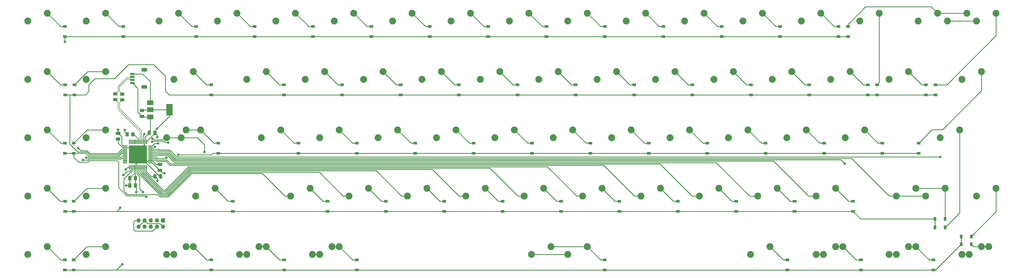
<source format=gbr>
%TF.GenerationSoftware,KiCad,Pcbnew,(6.0.7)*%
%TF.CreationDate,2022-08-26T15:14:46-04:00*%
%TF.ProjectId,thocc-master,74686f63-632d-46d6-9173-7465722e6b69,rev?*%
%TF.SameCoordinates,Original*%
%TF.FileFunction,Copper,L2,Bot*%
%TF.FilePolarity,Positive*%
%FSLAX46Y46*%
G04 Gerber Fmt 4.6, Leading zero omitted, Abs format (unit mm)*
G04 Created by KiCad (PCBNEW (6.0.7)) date 2022-08-26 15:14:46*
%MOMM*%
%LPD*%
G01*
G04 APERTURE LIST*
G04 Aperture macros list*
%AMRoundRect*
0 Rectangle with rounded corners*
0 $1 Rounding radius*
0 $2 $3 $4 $5 $6 $7 $8 $9 X,Y pos of 4 corners*
0 Add a 4 corners polygon primitive as box body*
4,1,4,$2,$3,$4,$5,$6,$7,$8,$9,$2,$3,0*
0 Add four circle primitives for the rounded corners*
1,1,$1+$1,$2,$3*
1,1,$1+$1,$4,$5*
1,1,$1+$1,$6,$7*
1,1,$1+$1,$8,$9*
0 Add four rect primitives between the rounded corners*
20,1,$1+$1,$2,$3,$4,$5,0*
20,1,$1+$1,$4,$5,$6,$7,0*
20,1,$1+$1,$6,$7,$8,$9,0*
20,1,$1+$1,$8,$9,$2,$3,0*%
G04 Aperture macros list end*
%TA.AperFunction,SMDPad,CuDef*%
%ADD10RoundRect,0.250000X0.250000X0.475000X-0.250000X0.475000X-0.250000X-0.475000X0.250000X-0.475000X0*%
%TD*%
%TA.AperFunction,ComponentPad*%
%ADD11O,1.350000X1.350000*%
%TD*%
%TA.AperFunction,ComponentPad*%
%ADD12R,1.350000X1.350000*%
%TD*%
%TA.AperFunction,ComponentPad*%
%ADD13C,2.250000*%
%TD*%
%TA.AperFunction,SMDPad,CuDef*%
%ADD14RoundRect,0.250000X0.475000X-0.250000X0.475000X0.250000X-0.475000X0.250000X-0.475000X-0.250000X0*%
%TD*%
%TA.AperFunction,SMDPad,CuDef*%
%ADD15RoundRect,0.250000X-0.475000X0.250000X-0.475000X-0.250000X0.475000X-0.250000X0.475000X0.250000X0*%
%TD*%
%TA.AperFunction,SMDPad,CuDef*%
%ADD16RoundRect,0.250000X-0.250000X-0.475000X0.250000X-0.475000X0.250000X0.475000X-0.250000X0.475000X0*%
%TD*%
%TA.AperFunction,SMDPad,CuDef*%
%ADD17RoundRect,0.150000X-0.625000X0.150000X-0.625000X-0.150000X0.625000X-0.150000X0.625000X0.150000X0*%
%TD*%
%TA.AperFunction,SMDPad,CuDef*%
%ADD18RoundRect,0.250000X-0.650000X0.350000X-0.650000X-0.350000X0.650000X-0.350000X0.650000X0.350000X0*%
%TD*%
%TA.AperFunction,SMDPad,CuDef*%
%ADD19R,1.200000X0.900000*%
%TD*%
%TA.AperFunction,SMDPad,CuDef*%
%ADD20R,2.000000X1.500000*%
%TD*%
%TA.AperFunction,SMDPad,CuDef*%
%ADD21R,2.000000X3.800000*%
%TD*%
%TA.AperFunction,SMDPad,CuDef*%
%ADD22RoundRect,0.075000X0.075000X-0.662500X0.075000X0.662500X-0.075000X0.662500X-0.075000X-0.662500X0*%
%TD*%
%TA.AperFunction,SMDPad,CuDef*%
%ADD23RoundRect,0.075000X0.662500X-0.075000X0.662500X0.075000X-0.662500X0.075000X-0.662500X-0.075000X0*%
%TD*%
%TA.AperFunction,SMDPad,CuDef*%
%ADD24R,0.900000X1.200000*%
%TD*%
%TA.AperFunction,SMDPad,CuDef*%
%ADD25RoundRect,0.250000X-0.450000X0.262500X-0.450000X-0.262500X0.450000X-0.262500X0.450000X0.262500X0*%
%TD*%
%TA.AperFunction,SMDPad,CuDef*%
%ADD26RoundRect,0.250000X0.262500X0.450000X-0.262500X0.450000X-0.262500X-0.450000X0.262500X-0.450000X0*%
%TD*%
%TA.AperFunction,ViaPad*%
%ADD27C,0.800000*%
%TD*%
%TA.AperFunction,Conductor*%
%ADD28C,0.250000*%
%TD*%
%TA.AperFunction,Conductor*%
%ADD29C,0.200000*%
%TD*%
G04 APERTURE END LIST*
D10*
%TO.P,C7,1*%
%TO.N,GND*%
X232850000Y-130350000D03*
%TO.P,C7,2*%
%TO.N,+3.3V*%
X230950000Y-130350000D03*
%TD*%
D11*
%TO.P,J2,10,Pin_10*%
%TO.N,GND*%
X225600000Y-146800000D03*
%TO.P,J2,9,Pin_9*%
%TO.N,+3.3V*%
X225600000Y-144800000D03*
%TO.P,J2,8,Pin_8*%
%TO.N,unconnected-(J2-Pad8)*%
X227600000Y-146800000D03*
%TO.P,J2,7,Pin_7*%
%TO.N,GND*%
X227600000Y-144800000D03*
%TO.P,J2,6,Pin_6*%
%TO.N,Net-(J2-Pad6)*%
X229600000Y-146800000D03*
%TO.P,J2,5,Pin_5*%
%TO.N,Net-(J2-Pad5)*%
X229600000Y-144800000D03*
%TO.P,J2,4,Pin_4*%
%TO.N,+3.3V*%
X231600000Y-146800000D03*
%TO.P,J2,3,Pin_3*%
%TO.N,Net-(J2-Pad3)*%
X231600000Y-144800000D03*
%TO.P,J2,2,Pin_2*%
%TO.N,GND*%
X233600000Y-146800000D03*
D12*
%TO.P,J2,1,Pin_1*%
%TO.N,Net-(J2-Pad1)*%
X233600000Y-144800000D03*
%TD*%
D13*
%TO.P,MX20,1,COL*%
%TO.N,Col1*%
X208545750Y-98687000D03*
%TO.P,MX20,2,ROW*%
%TO.N,Net-(D20-Pad2)*%
X214895750Y-96147000D03*
%TD*%
%TO.P,MX19,1,COL*%
%TO.N,Col0*%
X189495750Y-98687000D03*
%TO.P,MX19,2,ROW*%
%TO.N,Net-(D19-Pad2)*%
X195845750Y-96147000D03*
%TD*%
D14*
%TO.P,C6,1*%
%TO.N,GND*%
X218950000Y-118200000D03*
%TO.P,C6,2*%
%TO.N,+3.3V*%
X218950000Y-116300000D03*
%TD*%
D15*
%TO.P,C5,1*%
%TO.N,GND*%
X232550000Y-126500000D03*
%TO.P,C5,2*%
%TO.N,+3.3V*%
X232550000Y-128400000D03*
%TD*%
D10*
%TO.P,C4,1*%
%TO.N,GND*%
X224650000Y-131000000D03*
%TO.P,C4,2*%
%TO.N,+3.3V*%
X222750000Y-131000000D03*
%TD*%
D14*
%TO.P,C3,1*%
%TO.N,GND*%
X226750000Y-110800000D03*
%TO.P,C3,2*%
%TO.N,+3.3V*%
X226750000Y-108900000D03*
%TD*%
D16*
%TO.P,C2,1*%
%TO.N,GND*%
X229100000Y-116150000D03*
%TO.P,C2,2*%
%TO.N,+3.3V*%
X231000000Y-116150000D03*
%TD*%
%TO.P,C1,1*%
%TO.N,+3.3V*%
X222750000Y-133300000D03*
%TO.P,C1,2*%
%TO.N,GND*%
X224650000Y-133300000D03*
%TD*%
D17*
%TO.P,J1,1,Pin_1*%
%TO.N,Net-(J1-Pad1)*%
X223600000Y-96900000D03*
%TO.P,J1,2,Pin_2*%
%TO.N,/D-*%
X223600000Y-97900000D03*
%TO.P,J1,3,Pin_3*%
%TO.N,/D+*%
X223600000Y-98900000D03*
%TO.P,J1,4,Pin_4*%
%TO.N,GND*%
X223600000Y-99900000D03*
D18*
%TO.P,J1,MP*%
%TO.N,N/C*%
X227475000Y-101200000D03*
X227475000Y-95600000D03*
%TD*%
D13*
%TO.P,MX30,1,COL*%
%TO.N,Col11*%
X413333250Y-98687000D03*
%TO.P,MX30,2,ROW*%
%TO.N,Net-(D30-Pad2)*%
X419683250Y-96147000D03*
%TD*%
%TO.P,MX42,1,COL*%
%TO.N,Col6*%
X322845750Y-117737000D03*
%TO.P,MX42,2,ROW*%
%TO.N,Net-(D42-Pad2)*%
X329195750Y-115197000D03*
%TD*%
%TO.P,MX76,1,COL*%
%TO.N,Col7*%
X365708250Y-155837000D03*
%TO.P,MX76,2,ROW*%
%TO.N,Net-(D75-Pad2)*%
X372058250Y-153297000D03*
%TD*%
%TO.P,MX44,1,COL*%
%TO.N,Col8*%
X360945750Y-117737000D03*
%TO.P,MX44,2,ROW*%
%TO.N,Net-(D44-Pad2)*%
X367295750Y-115197000D03*
%TD*%
%TO.P,MX78,1,COL*%
%TO.N,Col11*%
X446670750Y-155837000D03*
%TO.P,MX78,2,ROW*%
%TO.N,Net-(D78-Pad2)*%
X453020750Y-153297000D03*
%TD*%
%TO.P,MX70,1,COL*%
%TO.N,Col2*%
X237120750Y-155837000D03*
%TO.P,MX70,2,ROW*%
%TO.N,Net-(D69-Pad2)*%
X243470750Y-153297000D03*
%TD*%
%TO.P,MX41,1,COL*%
%TO.N,Col5*%
X303795750Y-117737000D03*
%TO.P,MX41,2,ROW*%
%TO.N,Net-(D41-Pad2)*%
X310145750Y-115197000D03*
%TD*%
%TO.P,MX34,1,COL*%
%TO.N,Col15*%
X494295750Y-98687000D03*
%TO.P,MX34,2,ROW*%
%TO.N,Net-(D34-Pad2)*%
X500645750Y-96147000D03*
%TD*%
%TO.P,MX11,1,COL*%
%TO.N,Col10*%
X384758250Y-79637000D03*
%TO.P,MX11,2,ROW*%
%TO.N,Net-(D11-Pad2)*%
X391108250Y-77097000D03*
%TD*%
%TO.P,MX72,1,COL*%
%TO.N,Col3*%
X260933250Y-155837000D03*
%TO.P,MX72,2,ROW*%
%TO.N,Net-(D71-Pad2)*%
X267283250Y-153297000D03*
%TD*%
%TO.P,MX43,1,COL*%
%TO.N,Col7*%
X341895750Y-117737000D03*
%TO.P,MX43,2,ROW*%
%TO.N,Net-(D43-Pad2)*%
X348245750Y-115197000D03*
%TD*%
%TO.P,MX71,1,COL*%
%TO.N,Col3*%
X258552000Y-155837000D03*
%TO.P,MX71,2,ROW*%
%TO.N,Net-(D71-Pad2)*%
X264902000Y-153297000D03*
%TD*%
%TO.P,MX52,1,COL*%
%TO.N,Col1*%
X208545750Y-136787000D03*
%TO.P,MX52,2,ROW*%
%TO.N,Net-(D52-Pad2)*%
X214895750Y-134247000D03*
%TD*%
%TO.P,MX57,1,COL*%
%TO.N,Col6*%
X332370750Y-136787000D03*
%TO.P,MX57,2,ROW*%
%TO.N,Net-(D57-Pad2)*%
X338720750Y-134247000D03*
%TD*%
%TO.P,MX18,1,COL*%
%TO.N,Col15*%
X499058250Y-79637000D03*
%TO.P,MX18,2,ROW*%
%TO.N,Net-(D17-Pad2)*%
X505408250Y-77097000D03*
%TD*%
%TO.P,MX40,1,COL*%
%TO.N,Col4*%
X284745750Y-117737000D03*
%TO.P,MX40,2,ROW*%
%TO.N,Net-(D40-Pad2)*%
X291095750Y-115197000D03*
%TD*%
%TO.P,MX15,1,COL*%
%TO.N,Col14*%
X460958250Y-79637000D03*
%TO.P,MX15,2,ROW*%
%TO.N,Net-(D15-Pad2)*%
X467308250Y-77097000D03*
%TD*%
%TO.P,MX26,1,COL*%
%TO.N,Col7*%
X337133250Y-98687000D03*
%TO.P,MX26,2,ROW*%
%TO.N,Net-(D26-Pad2)*%
X343483250Y-96147000D03*
%TD*%
%TO.P,MX39,1,COL*%
%TO.N,Col3*%
X265695750Y-117737000D03*
%TO.P,MX39,2,ROW*%
%TO.N,Net-(D39-Pad2)*%
X272045750Y-115197000D03*
%TD*%
%TO.P,MX7,1,COL*%
%TO.N,Col6*%
X308558250Y-79637000D03*
%TO.P,MX7,2,ROW*%
%TO.N,Net-(D7-Pad2)*%
X314908250Y-77097000D03*
%TD*%
%TO.P,MX54,1,COL*%
%TO.N,Col3*%
X275220750Y-136787000D03*
%TO.P,MX54,2,ROW*%
%TO.N,Net-(D54-Pad2)*%
X281570750Y-134247000D03*
%TD*%
%TO.P,MX3,1,COL*%
%TO.N,Col2*%
X232358250Y-79637000D03*
%TO.P,MX3,2,ROW*%
%TO.N,Net-(D3-Pad2)*%
X238708250Y-77097000D03*
%TD*%
%TO.P,MX51,1,COL*%
%TO.N,Col0*%
X189495750Y-136787000D03*
%TO.P,MX51,2,ROW*%
%TO.N,Net-(D51-Pad2)*%
X195845750Y-134247000D03*
%TD*%
%TO.P,MX63,1,COL*%
%TO.N,Col12*%
X446670750Y-136787000D03*
%TO.P,MX63,2,ROW*%
%TO.N,Net-(D63-Pad2)*%
X453020750Y-134247000D03*
%TD*%
%TO.P,MX61,1,COL*%
%TO.N,Col10*%
X408570750Y-136787000D03*
%TO.P,MX61,2,ROW*%
%TO.N,Net-(D61-Pad2)*%
X414920750Y-134247000D03*
%TD*%
%TO.P,MX82,1,COL*%
%TO.N,Col14*%
X494295750Y-155837000D03*
%TO.P,MX82,2,ROW*%
%TO.N,Net-(D82-Pad2)*%
X500645750Y-153297000D03*
%TD*%
%TO.P,MX14,1,COL*%
%TO.N,Col13*%
X441908250Y-79637000D03*
%TO.P,MX14,2,ROW*%
%TO.N,Net-(D14-Pad2)*%
X448258250Y-77097000D03*
%TD*%
%TO.P,MX49,1,COL*%
%TO.N,Col13*%
X456195750Y-117737000D03*
%TO.P,MX49,2,ROW*%
%TO.N,Net-(D49-Pad2)*%
X462545750Y-115197000D03*
%TD*%
%TO.P,MX2,1,COL*%
%TO.N,Col1*%
X208545750Y-79637000D03*
%TO.P,MX2,2,ROW*%
%TO.N,Net-(D2-Pad2)*%
X214895750Y-77097000D03*
%TD*%
%TO.P,MX36,1,COL*%
%TO.N,Col1*%
X208545750Y-117737000D03*
%TO.P,MX36,2,ROW*%
%TO.N,Net-(D36-Pad2)*%
X214895750Y-115197000D03*
%TD*%
%TO.P,MX75,1,COL*%
%TO.N,Col7*%
X353802000Y-155837000D03*
%TO.P,MX75,2,ROW*%
%TO.N,Net-(D75-Pad2)*%
X360152000Y-153297000D03*
%TD*%
%TO.P,MX64,1,COL*%
%TO.N,Col14*%
X472864500Y-136787000D03*
%TO.P,MX64,2,ROW*%
%TO.N,Net-(D64-Pad2)*%
X479214500Y-134247000D03*
%TD*%
%TO.P,MX47,1,COL*%
%TO.N,Col11*%
X418095750Y-117737000D03*
%TO.P,MX47,2,ROW*%
%TO.N,Net-(D47-Pad2)*%
X424445750Y-115197000D03*
%TD*%
%TO.P,MX56,1,COL*%
%TO.N,Col5*%
X313320750Y-136787000D03*
%TO.P,MX56,2,ROW*%
%TO.N,Net-(D56-Pad2)*%
X319670750Y-134247000D03*
%TD*%
%TO.P,MX83,1,COL*%
%TO.N,Col14*%
X496677000Y-155837000D03*
%TO.P,MX83,2,ROW*%
%TO.N,Net-(D82-Pad2)*%
X503027000Y-153297000D03*
%TD*%
%TO.P,MX8,1,COL*%
%TO.N,Col7*%
X327608250Y-79637000D03*
%TO.P,MX8,2,ROW*%
%TO.N,Net-(D8-Pad2)*%
X333958250Y-77097000D03*
%TD*%
%TO.P,MX13,1,COL*%
%TO.N,Col12*%
X422858250Y-79637000D03*
%TO.P,MX13,2,ROW*%
%TO.N,Net-(D13-Pad2)*%
X429208250Y-77097000D03*
%TD*%
%TO.P,MX80,1,COL*%
%TO.N,Col12*%
X470483250Y-155837000D03*
%TO.P,MX80,2,ROW*%
%TO.N,Net-(D80-Pad2)*%
X476833250Y-153297000D03*
%TD*%
%TO.P,MX1,1,COL*%
%TO.N,Col0*%
X189495750Y-79637000D03*
%TO.P,MX1,2,ROW*%
%TO.N,Net-(D1-Pad2)*%
X195845750Y-77097000D03*
%TD*%
%TO.P,MX62,1,COL*%
%TO.N,Col11*%
X427620750Y-136787000D03*
%TO.P,MX62,2,ROW*%
%TO.N,Net-(D62-Pad2)*%
X433970750Y-134247000D03*
%TD*%
%TO.P,MX33,1,COL*%
%TO.N,Col14*%
X470483250Y-98687000D03*
%TO.P,MX33,2,ROW*%
%TO.N,Net-(D33-Pad2)*%
X476833250Y-96147000D03*
%TD*%
%TO.P,MX58,1,COL*%
%TO.N,Col7*%
X351420750Y-136787000D03*
%TO.P,MX58,2,ROW*%
%TO.N,Net-(D58-Pad2)*%
X357770750Y-134247000D03*
%TD*%
%TO.P,MX53,1,COL*%
%TO.N,Col2*%
X244264500Y-136787000D03*
%TO.P,MX53,2,ROW*%
%TO.N,Net-(D53-Pad2)*%
X250614500Y-134247000D03*
%TD*%
%TO.P,MX31,1,COL*%
%TO.N,Col12*%
X432383250Y-98687000D03*
%TO.P,MX31,2,ROW*%
%TO.N,Net-(D31-Pad2)*%
X438733250Y-96147000D03*
%TD*%
%TO.P,MX29,1,COL*%
%TO.N,Col10*%
X394283250Y-98687000D03*
%TO.P,MX29,2,ROW*%
%TO.N,Net-(D29-Pad2)*%
X400633250Y-96147000D03*
%TD*%
%TO.P,MX6,1,COL*%
%TO.N,Col5*%
X289508250Y-79637000D03*
%TO.P,MX6,2,ROW*%
%TO.N,Net-(D6-Pad2)*%
X295858250Y-77097000D03*
%TD*%
%TO.P,MX35,1,COL*%
%TO.N,Col0*%
X189495750Y-117737000D03*
%TO.P,MX35,2,ROW*%
%TO.N,Net-(D35-Pad2)*%
X195845750Y-115197000D03*
%TD*%
%TO.P,MX48,1,COL*%
%TO.N,Col12*%
X437145750Y-117737000D03*
%TO.P,MX48,2,ROW*%
%TO.N,Net-(D48-Pad2)*%
X443495750Y-115197000D03*
%TD*%
%TO.P,MX79,1,COL*%
%TO.N,Col11*%
X449052000Y-155837000D03*
%TO.P,MX79,2,ROW*%
%TO.N,Net-(D78-Pad2)*%
X455402000Y-153297000D03*
%TD*%
%TO.P,MX66,1,COL*%
%TO.N,Col15*%
X499058250Y-136787000D03*
%TO.P,MX66,2,ROW*%
%TO.N,Net-(D66-Pad2)*%
X505408250Y-134247000D03*
%TD*%
%TO.P,MX12,1,COL*%
%TO.N,Col11*%
X403808250Y-79637000D03*
%TO.P,MX12,2,ROW*%
%TO.N,Net-(D12-Pad2)*%
X410158250Y-77097000D03*
%TD*%
%TO.P,MX28,1,COL*%
%TO.N,Col9*%
X375233250Y-98687000D03*
%TO.P,MX28,2,ROW*%
%TO.N,Net-(D28-Pad2)*%
X381583250Y-96147000D03*
%TD*%
%TO.P,MX37,1,COL*%
%TO.N,Col2*%
X234739500Y-117737000D03*
%TO.P,MX37,2,ROW*%
%TO.N,Net-(D37-Pad2)*%
X241089500Y-115197000D03*
%TD*%
%TO.P,MX59,1,COL*%
%TO.N,Col8*%
X370470750Y-136787000D03*
%TO.P,MX59,2,ROW*%
%TO.N,Net-(D59-Pad2)*%
X376820750Y-134247000D03*
%TD*%
%TO.P,MX50,1,COL*%
%TO.N,Col15*%
X487152000Y-117737000D03*
%TO.P,MX50,2,ROW*%
%TO.N,Net-(D50-Pad2)*%
X493502000Y-115197000D03*
%TD*%
%TO.P,MX65,1,COL*%
%TO.N,Col14*%
X482389500Y-136787000D03*
%TO.P,MX65,2,ROW*%
%TO.N,Net-(D64-Pad2)*%
X488739500Y-134247000D03*
%TD*%
%TO.P,MX81,1,COL*%
%TO.N,Col12*%
X472864500Y-155837000D03*
%TO.P,MX81,2,ROW*%
%TO.N,Net-(D80-Pad2)*%
X479214500Y-153297000D03*
%TD*%
%TO.P,MX45,1,COL*%
%TO.N,Col9*%
X379995750Y-117737000D03*
%TO.P,MX45,2,ROW*%
%TO.N,Net-(D45-Pad2)*%
X386345750Y-115197000D03*
%TD*%
%TO.P,MX55,1,COL*%
%TO.N,Col4*%
X294270750Y-136787000D03*
%TO.P,MX55,2,ROW*%
%TO.N,Net-(D55-Pad2)*%
X300620750Y-134247000D03*
%TD*%
%TO.P,MX25,1,COL*%
%TO.N,Col6*%
X318083250Y-98687000D03*
%TO.P,MX25,2,ROW*%
%TO.N,Net-(D25-Pad2)*%
X324433250Y-96147000D03*
%TD*%
%TO.P,MX4,1,COL*%
%TO.N,Col3*%
X251408250Y-79637000D03*
%TO.P,MX4,2,ROW*%
%TO.N,Net-(D4-Pad2)*%
X257758250Y-77097000D03*
%TD*%
%TO.P,MX69,1,COL*%
%TO.N,Col2*%
X234739500Y-155837000D03*
%TO.P,MX69,2,ROW*%
%TO.N,Net-(D69-Pad2)*%
X241089500Y-153297000D03*
%TD*%
%TO.P,MX32,1,COL*%
%TO.N,Col13*%
X451433250Y-98687000D03*
%TO.P,MX32,2,ROW*%
%TO.N,Net-(D32-Pad2)*%
X457783250Y-96147000D03*
%TD*%
%TO.P,MX9,1,COL*%
%TO.N,Col8*%
X346658250Y-79637000D03*
%TO.P,MX9,2,ROW*%
%TO.N,Net-(D9-Pad2)*%
X353008250Y-77097000D03*
%TD*%
%TO.P,MX73,1,COL*%
%TO.N,Col4*%
X282364500Y-155837000D03*
%TO.P,MX73,2,ROW*%
%TO.N,Net-(D73-Pad2)*%
X288714500Y-153297000D03*
%TD*%
%TO.P,MX17,1,COL*%
%TO.N,Col15*%
X489533250Y-79637000D03*
%TO.P,MX17,2,ROW*%
%TO.N,Net-(D16-Pad2)*%
X495883250Y-77097000D03*
%TD*%
%TO.P,MX27,1,COL*%
%TO.N,Col8*%
X356183250Y-98687000D03*
%TO.P,MX27,2,ROW*%
%TO.N,Net-(D27-Pad2)*%
X362533250Y-96147000D03*
%TD*%
%TO.P,MX74,1,COL*%
%TO.N,Col4*%
X284745750Y-155837000D03*
%TO.P,MX74,2,ROW*%
%TO.N,Net-(D73-Pad2)*%
X291095750Y-153297000D03*
%TD*%
%TO.P,MX46,1,COL*%
%TO.N,Col10*%
X399045750Y-117737000D03*
%TO.P,MX46,2,ROW*%
%TO.N,Net-(D46-Pad2)*%
X405395750Y-115197000D03*
%TD*%
%TO.P,MX24,1,COL*%
%TO.N,Col5*%
X299033250Y-98687000D03*
%TO.P,MX24,2,ROW*%
%TO.N,Net-(D24-Pad2)*%
X305383250Y-96147000D03*
%TD*%
%TO.P,MX23,1,COL*%
%TO.N,Col4*%
X279983250Y-98687000D03*
%TO.P,MX23,2,ROW*%
%TO.N,Net-(D23-Pad2)*%
X286333250Y-96147000D03*
%TD*%
%TO.P,MX77,1,COL*%
%TO.N,Col10*%
X425239500Y-155837000D03*
%TO.P,MX77,2,ROW*%
%TO.N,Net-(D77-Pad2)*%
X431589500Y-153297000D03*
%TD*%
%TO.P,MX10,1,COL*%
%TO.N,Col9*%
X365708250Y-79637000D03*
%TO.P,MX10,2,ROW*%
%TO.N,Net-(D10-Pad2)*%
X372058250Y-77097000D03*
%TD*%
%TO.P,MX5,1,COL*%
%TO.N,Col4*%
X270458250Y-79637000D03*
%TO.P,MX5,2,ROW*%
%TO.N,Net-(D5-Pad2)*%
X276808250Y-77097000D03*
%TD*%
%TO.P,MX21,1,COL*%
%TO.N,Col2*%
X237120750Y-98687000D03*
%TO.P,MX21,2,ROW*%
%TO.N,Net-(D21-Pad2)*%
X243470750Y-96147000D03*
%TD*%
%TO.P,MX67,1,COL*%
%TO.N,Col0*%
X189495750Y-155837000D03*
%TO.P,MX67,2,ROW*%
%TO.N,Net-(D67-Pad2)*%
X195845750Y-153297000D03*
%TD*%
%TO.P,MX38,1,COL*%
%TO.N,Col2*%
X239502000Y-117737000D03*
%TO.P,MX38,2,ROW*%
%TO.N,Net-(D37-Pad2)*%
X245852000Y-115197000D03*
%TD*%
%TO.P,MX60,1,COL*%
%TO.N,Col9*%
X389520750Y-136787000D03*
%TO.P,MX60,2,ROW*%
%TO.N,Net-(D60-Pad2)*%
X395870750Y-134247000D03*
%TD*%
%TO.P,MX68,1,COL*%
%TO.N,Col1*%
X208545750Y-155837000D03*
%TO.P,MX68,2,ROW*%
%TO.N,Net-(D68-Pad2)*%
X214895750Y-153297000D03*
%TD*%
%TO.P,MX22,1,COL*%
%TO.N,Col3*%
X260933250Y-98687000D03*
%TO.P,MX22,2,ROW*%
%TO.N,Net-(D22-Pad2)*%
X267283250Y-96147000D03*
%TD*%
%TO.P,MX16,1,COL*%
%TO.N,Col14*%
X480008250Y-79637000D03*
%TO.P,MX16,2,ROW*%
%TO.N,Net-(D16-Pad2)*%
X486358250Y-77097000D03*
%TD*%
D19*
%TO.P,D78,1,K*%
%TO.N,Row4*%
X461300000Y-160950000D03*
%TO.P,D78,2,A*%
%TO.N,Net-(D78-Pad2)*%
X461300000Y-157650000D03*
%TD*%
D20*
%TO.P,U1,1,GND*%
%TO.N,GND*%
X229400000Y-110950000D03*
D21*
%TO.P,U1,2,VO*%
%TO.N,+3.3V*%
X235700000Y-108650000D03*
D20*
X229400000Y-108650000D03*
%TO.P,U1,3,VI*%
%TO.N,Net-(J1-Pad1)*%
X229400000Y-106350000D03*
%TD*%
D19*
%TO.P,D54,1,K*%
%TO.N,Row3*%
X287300000Y-141800000D03*
%TO.P,D54,2,A*%
%TO.N,Net-(D54-Pad2)*%
X287300000Y-138500000D03*
%TD*%
%TO.P,D4,1,K*%
%TO.N,Row0*%
X263450000Y-84750000D03*
%TO.P,D4,2,A*%
%TO.N,Net-(D4-Pad2)*%
X263450000Y-81450000D03*
%TD*%
%TO.P,D24,1,K*%
%TO.N,Row1*%
X311100000Y-103750000D03*
%TO.P,D24,2,A*%
%TO.N,Net-(D24-Pad2)*%
X311100000Y-100450000D03*
%TD*%
%TO.P,D25,1,K*%
%TO.N,Row1*%
X330100000Y-103750000D03*
%TO.P,D25,2,A*%
%TO.N,Net-(D25-Pad2)*%
X330100000Y-100450000D03*
%TD*%
%TO.P,D10,1,K*%
%TO.N,Row0*%
X377750000Y-84750000D03*
%TO.P,D10,2,A*%
%TO.N,Net-(D10-Pad2)*%
X377750000Y-81450000D03*
%TD*%
%TO.P,D27,1,K*%
%TO.N,Row1*%
X368200000Y-103750000D03*
%TO.P,D27,2,A*%
%TO.N,Net-(D27-Pad2)*%
X368200000Y-100450000D03*
%TD*%
%TO.P,D2,1,K*%
%TO.N,Row0*%
X220599000Y-84750000D03*
%TO.P,D2,2,A*%
%TO.N,Net-(D2-Pad2)*%
X220599000Y-81450000D03*
%TD*%
%TO.P,D1,1,K*%
%TO.N,Row0*%
X201549000Y-84750000D03*
%TO.P,D1,2,A*%
%TO.N,Net-(D1-Pad2)*%
X201549000Y-81450000D03*
%TD*%
D22*
%TO.P,U2,1,VBAT*%
%TO.N,+3.3V*%
X228150000Y-127412500D03*
%TO.P,U2,2,PC13*%
%TO.N,Col8*%
X227650000Y-127412500D03*
%TO.P,U2,3,PC14*%
%TO.N,Col7*%
X227150000Y-127412500D03*
%TO.P,U2,4,PC15*%
%TO.N,Col6*%
X226650000Y-127412500D03*
%TO.P,U2,5,PF0*%
%TO.N,Col5*%
X226150000Y-127412500D03*
%TO.P,U2,6,PF1*%
%TO.N,Col4*%
X225650000Y-127412500D03*
%TO.P,U2,7,NRST*%
%TO.N,Net-(J2-Pad5)*%
X225150000Y-127412500D03*
%TO.P,U2,8,VSSA*%
%TO.N,GND*%
X224650000Y-127412500D03*
%TO.P,U2,9,VDDA*%
%TO.N,+3.3V*%
X224150000Y-127412500D03*
%TO.P,U2,10,PA0*%
%TO.N,Col3*%
X223650000Y-127412500D03*
%TO.P,U2,11,PA1*%
%TO.N,Row4*%
X223150000Y-127412500D03*
%TO.P,U2,12,PA2*%
%TO.N,Row3*%
X222650000Y-127412500D03*
D23*
%TO.P,U2,13,PA3*%
%TO.N,unconnected-(U2-Pad13)*%
X221237500Y-126000000D03*
%TO.P,U2,14,PA4*%
%TO.N,unconnected-(U2-Pad14)*%
X221237500Y-125500000D03*
%TO.P,U2,15,PA5*%
%TO.N,unconnected-(U2-Pad15)*%
X221237500Y-125000000D03*
%TO.P,U2,16,PA6*%
%TO.N,Col0*%
X221237500Y-124500000D03*
%TO.P,U2,17,PA7*%
%TO.N,Col1*%
X221237500Y-124000000D03*
%TO.P,U2,18,PB0*%
%TO.N,unconnected-(U2-Pad18)*%
X221237500Y-123500000D03*
%TO.P,U2,19,PB1*%
%TO.N,unconnected-(U2-Pad19)*%
X221237500Y-123000000D03*
%TO.P,U2,20,PB2*%
%TO.N,Row2*%
X221237500Y-122500000D03*
%TO.P,U2,21,PB10*%
%TO.N,Row1*%
X221237500Y-122000000D03*
%TO.P,U2,22,PB11*%
%TO.N,Row0*%
X221237500Y-121500000D03*
%TO.P,U2,23,VSS*%
%TO.N,GND*%
X221237500Y-121000000D03*
%TO.P,U2,24,VDD*%
%TO.N,+3.3V*%
X221237500Y-120500000D03*
D22*
%TO.P,U2,25,PB12*%
%TO.N,unconnected-(U2-Pad25)*%
X222650000Y-119087500D03*
%TO.P,U2,26,PB13*%
%TO.N,unconnected-(U2-Pad26)*%
X223150000Y-119087500D03*
%TO.P,U2,27,PB14*%
%TO.N,unconnected-(U2-Pad27)*%
X223650000Y-119087500D03*
%TO.P,U2,28,PB15*%
%TO.N,unconnected-(U2-Pad28)*%
X224150000Y-119087500D03*
%TO.P,U2,29,PA8*%
%TO.N,unconnected-(U2-Pad29)*%
X224650000Y-119087500D03*
%TO.P,U2,30,PA9*%
%TO.N,unconnected-(U2-Pad30)*%
X225150000Y-119087500D03*
%TO.P,U2,31,PA10*%
%TO.N,Net-(R1-Pad1)*%
X225650000Y-119087500D03*
%TO.P,U2,32,PA11*%
%TO.N,/MCU_D-*%
X226150000Y-119087500D03*
%TO.P,U2,33,PA12*%
%TO.N,/MCU_D+*%
X226650000Y-119087500D03*
%TO.P,U2,34,PA13*%
%TO.N,Net-(J2-Pad1)*%
X227150000Y-119087500D03*
%TO.P,U2,35,VSS*%
%TO.N,GND*%
X227650000Y-119087500D03*
%TO.P,U2,36,VDDIO2*%
%TO.N,+3.3V*%
X228150000Y-119087500D03*
D23*
%TO.P,U2,37,PA14*%
%TO.N,Net-(J2-Pad6)*%
X229562500Y-120500000D03*
%TO.P,U2,38,PA15*%
%TO.N,Col2*%
X229562500Y-121000000D03*
%TO.P,U2,39,PB3*%
%TO.N,Col15*%
X229562500Y-121500000D03*
%TO.P,U2,40,PB4*%
%TO.N,Col14*%
X229562500Y-122000000D03*
%TO.P,U2,41,PB5*%
%TO.N,Col13*%
X229562500Y-122500000D03*
%TO.P,U2,42,PB6*%
%TO.N,Col12*%
X229562500Y-123000000D03*
%TO.P,U2,43,PB7*%
%TO.N,Col11*%
X229562500Y-123500000D03*
%TO.P,U2,44,BOOT0*%
%TO.N,Net-(J2-Pad3)*%
X229562500Y-124000000D03*
%TO.P,U2,45,PB8*%
%TO.N,Col10*%
X229562500Y-124500000D03*
%TO.P,U2,46,PB9*%
%TO.N,Col9*%
X229562500Y-125000000D03*
%TO.P,U2,47,VSS*%
%TO.N,GND*%
X229562500Y-125500000D03*
%TO.P,U2,48,VDD*%
%TO.N,+3.3V*%
X229562500Y-126000000D03*
%TD*%
D24*
%TO.P,D66,1,K*%
%TO.N,Row4*%
X494000000Y-150000000D03*
%TO.P,D66,2,A*%
%TO.N,Net-(D66-Pad2)*%
X497300000Y-150000000D03*
%TD*%
D19*
%TO.P,D17,1,K*%
%TO.N,Row1*%
X485600000Y-103750000D03*
%TO.P,D17,2,A*%
%TO.N,Net-(D17-Pad2)*%
X485600000Y-100450000D03*
%TD*%
%TO.P,D37,1,K*%
%TO.N,Row2*%
X251600000Y-122850000D03*
%TO.P,D37,2,A*%
%TO.N,Net-(D37-Pad2)*%
X251600000Y-119550000D03*
%TD*%
%TO.P,D48,1,K*%
%TO.N,Row2*%
X449300000Y-122850000D03*
%TO.P,D48,2,A*%
%TO.N,Net-(D48-Pad2)*%
X449300000Y-119550000D03*
%TD*%
%TO.P,D16,1,K*%
%TO.N,Row0*%
X457100000Y-84750000D03*
%TO.P,D16,2,A*%
%TO.N,Net-(D16-Pad2)*%
X457100000Y-81450000D03*
%TD*%
D25*
%TO.P,R2,1*%
%TO.N,/D+*%
X220300000Y-103537500D03*
%TO.P,R2,2*%
%TO.N,/MCU_D+*%
X220300000Y-105362500D03*
%TD*%
D19*
%TO.P,D59,1,K*%
%TO.N,Row3*%
X382500000Y-141800000D03*
%TO.P,D59,2,A*%
%TO.N,Net-(D59-Pad2)*%
X382500000Y-138500000D03*
%TD*%
%TO.P,D63,1,K*%
%TO.N,Row3*%
X458750000Y-141800000D03*
%TO.P,D63,2,A*%
%TO.N,Net-(D63-Pad2)*%
X458750000Y-138500000D03*
%TD*%
D24*
%TO.P,D82,1,K*%
%TO.N,Row4*%
X494000000Y-152550000D03*
%TO.P,D82,2,A*%
%TO.N,Net-(D82-Pad2)*%
X497300000Y-152550000D03*
%TD*%
D19*
%TO.P,D71,1,K*%
%TO.N,Row4*%
X273100000Y-160950000D03*
%TO.P,D71,2,A*%
%TO.N,Net-(D71-Pad2)*%
X273100000Y-157650000D03*
%TD*%
%TO.P,D62,1,K*%
%TO.N,Row3*%
X439700000Y-141800000D03*
%TO.P,D62,2,A*%
%TO.N,Net-(D62-Pad2)*%
X439700000Y-138500000D03*
%TD*%
%TO.P,D67,1,K*%
%TO.N,Row4*%
X201600000Y-160950000D03*
%TO.P,D67,2,A*%
%TO.N,Net-(D67-Pad2)*%
X201600000Y-157650000D03*
%TD*%
%TO.P,D77,1,K*%
%TO.N,Row4*%
X437300000Y-160950000D03*
%TO.P,D77,2,A*%
%TO.N,Net-(D77-Pad2)*%
X437300000Y-157650000D03*
%TD*%
%TO.P,D11,1,K*%
%TO.N,Row0*%
X396850000Y-84750000D03*
%TO.P,D11,2,A*%
%TO.N,Net-(D11-Pad2)*%
X396850000Y-81450000D03*
%TD*%
%TO.P,D30,1,K*%
%TO.N,Row1*%
X425400000Y-103750000D03*
%TO.P,D30,2,A*%
%TO.N,Net-(D30-Pad2)*%
X425400000Y-100450000D03*
%TD*%
%TO.P,D75,1,K*%
%TO.N,Row4*%
X377700000Y-160950000D03*
%TO.P,D75,2,A*%
%TO.N,Net-(D75-Pad2)*%
X377700000Y-157650000D03*
%TD*%
%TO.P,D5,1,K*%
%TO.N,Row0*%
X282500000Y-84750000D03*
%TO.P,D5,2,A*%
%TO.N,Net-(D5-Pad2)*%
X282500000Y-81450000D03*
%TD*%
%TO.P,D12,1,K*%
%TO.N,Row0*%
X415850000Y-84750000D03*
%TO.P,D12,2,A*%
%TO.N,Net-(D12-Pad2)*%
X415850000Y-81450000D03*
%TD*%
%TO.P,D57,1,K*%
%TO.N,Row3*%
X344450000Y-141800000D03*
%TO.P,D57,2,A*%
%TO.N,Net-(D57-Pad2)*%
X344450000Y-138500000D03*
%TD*%
%TO.P,D73,1,K*%
%TO.N,Row4*%
X296800000Y-160950000D03*
%TO.P,D73,2,A*%
%TO.N,Net-(D73-Pad2)*%
X296800000Y-157650000D03*
%TD*%
%TO.P,D3,1,K*%
%TO.N,Row0*%
X244400000Y-84750000D03*
%TO.P,D3,2,A*%
%TO.N,Net-(D3-Pad2)*%
X244400000Y-81450000D03*
%TD*%
%TO.P,D61,1,K*%
%TO.N,Row3*%
X420600000Y-141800000D03*
%TO.P,D61,2,A*%
%TO.N,Net-(D61-Pad2)*%
X420600000Y-138500000D03*
%TD*%
%TO.P,D34,1,K*%
%TO.N,Row2*%
X480100000Y-122850000D03*
%TO.P,D34,2,A*%
%TO.N,Net-(D34-Pad2)*%
X480100000Y-119550000D03*
%TD*%
%TO.P,D23,1,K*%
%TO.N,Row1*%
X292000000Y-103750000D03*
%TO.P,D23,2,A*%
%TO.N,Net-(D23-Pad2)*%
X292000000Y-100450000D03*
%TD*%
%TO.P,D58,1,K*%
%TO.N,Row3*%
X363500000Y-141800000D03*
%TO.P,D58,2,A*%
%TO.N,Net-(D58-Pad2)*%
X363500000Y-138500000D03*
%TD*%
%TO.P,D35,1,K*%
%TO.N,Row2*%
X201549000Y-122850000D03*
%TO.P,D35,2,A*%
%TO.N,Net-(D35-Pad2)*%
X201549000Y-119550000D03*
%TD*%
%TO.P,D36,1,K*%
%TO.N,Row2*%
X204500000Y-122850000D03*
%TO.P,D36,2,A*%
%TO.N,Net-(D36-Pad2)*%
X204500000Y-119550000D03*
%TD*%
%TO.P,D46,1,K*%
%TO.N,Row2*%
X411100000Y-122850000D03*
%TO.P,D46,2,A*%
%TO.N,Net-(D46-Pad2)*%
X411100000Y-119550000D03*
%TD*%
%TO.P,D14,1,K*%
%TO.N,Row0*%
X454000000Y-84750000D03*
%TO.P,D14,2,A*%
%TO.N,Net-(D14-Pad2)*%
X454000000Y-81450000D03*
%TD*%
%TO.P,D28,1,K*%
%TO.N,Row1*%
X387300000Y-103750000D03*
%TO.P,D28,2,A*%
%TO.N,Net-(D28-Pad2)*%
X387300000Y-100450000D03*
%TD*%
%TO.P,D51,1,K*%
%TO.N,Row3*%
X201700000Y-141800000D03*
%TO.P,D51,2,A*%
%TO.N,Net-(D51-Pad2)*%
X201700000Y-138500000D03*
%TD*%
%TO.P,D41,1,K*%
%TO.N,Row2*%
X315900000Y-122850000D03*
%TO.P,D41,2,A*%
%TO.N,Net-(D41-Pad2)*%
X315900000Y-119550000D03*
%TD*%
%TO.P,D32,1,K*%
%TO.N,Row1*%
X463500000Y-103750000D03*
%TO.P,D32,2,A*%
%TO.N,Net-(D32-Pad2)*%
X463500000Y-100450000D03*
%TD*%
%TO.P,D8,1,K*%
%TO.N,Row0*%
X339650000Y-84750000D03*
%TO.P,D8,2,A*%
%TO.N,Net-(D8-Pad2)*%
X339650000Y-81450000D03*
%TD*%
%TO.P,D80,1,K*%
%TO.N,Row4*%
X484950000Y-160950000D03*
%TO.P,D80,2,A*%
%TO.N,Net-(D80-Pad2)*%
X484950000Y-157650000D03*
%TD*%
%TO.P,D42,1,K*%
%TO.N,Row2*%
X334900000Y-122850000D03*
%TO.P,D42,2,A*%
%TO.N,Net-(D42-Pad2)*%
X334900000Y-119550000D03*
%TD*%
%TO.P,D21,1,K*%
%TO.N,Row1*%
X249300000Y-103750000D03*
%TO.P,D21,2,A*%
%TO.N,Net-(D21-Pad2)*%
X249300000Y-100450000D03*
%TD*%
%TO.P,D43,1,K*%
%TO.N,Row2*%
X354000000Y-122850000D03*
%TO.P,D43,2,A*%
%TO.N,Net-(D43-Pad2)*%
X354000000Y-119550000D03*
%TD*%
%TO.P,D45,1,K*%
%TO.N,Row2*%
X392100000Y-122850000D03*
%TO.P,D45,2,A*%
%TO.N,Net-(D45-Pad2)*%
X392100000Y-119550000D03*
%TD*%
%TO.P,D68,1,K*%
%TO.N,Row4*%
X204450000Y-160950000D03*
%TO.P,D68,2,A*%
%TO.N,Net-(D68-Pad2)*%
X204450000Y-157650000D03*
%TD*%
%TO.P,D19,1,K*%
%TO.N,Row1*%
X201700000Y-103750000D03*
%TO.P,D19,2,A*%
%TO.N,Net-(D19-Pad2)*%
X201700000Y-100450000D03*
%TD*%
%TO.P,D26,1,K*%
%TO.N,Row1*%
X349200000Y-103750000D03*
%TO.P,D26,2,A*%
%TO.N,Net-(D26-Pad2)*%
X349200000Y-100450000D03*
%TD*%
%TO.P,D39,1,K*%
%TO.N,Row2*%
X277800000Y-122850000D03*
%TO.P,D39,2,A*%
%TO.N,Net-(D39-Pad2)*%
X277800000Y-119550000D03*
%TD*%
%TO.P,D7,1,K*%
%TO.N,Row0*%
X320600000Y-84750000D03*
%TO.P,D7,2,A*%
%TO.N,Net-(D7-Pad2)*%
X320600000Y-81450000D03*
%TD*%
D26*
%TO.P,R1,1*%
%TO.N,Net-(R1-Pad1)*%
X223762500Y-116650000D03*
%TO.P,R1,2*%
%TO.N,+3.3V*%
X221937500Y-116650000D03*
%TD*%
D19*
%TO.P,D55,1,K*%
%TO.N,Row3*%
X306350000Y-141800000D03*
%TO.P,D55,2,A*%
%TO.N,Net-(D55-Pad2)*%
X306350000Y-138500000D03*
%TD*%
%TO.P,D31,1,K*%
%TO.N,Row1*%
X444400000Y-103750000D03*
%TO.P,D31,2,A*%
%TO.N,Net-(D31-Pad2)*%
X444400000Y-100450000D03*
%TD*%
%TO.P,D22,1,K*%
%TO.N,Row1*%
X273000000Y-103750000D03*
%TO.P,D22,2,A*%
%TO.N,Net-(D22-Pad2)*%
X273000000Y-100450000D03*
%TD*%
%TO.P,D60,1,K*%
%TO.N,Row3*%
X401600000Y-141800000D03*
%TO.P,D60,2,A*%
%TO.N,Net-(D60-Pad2)*%
X401600000Y-138500000D03*
%TD*%
%TO.P,D15,1,K*%
%TO.N,Row1*%
X466600000Y-103750000D03*
%TO.P,D15,2,A*%
%TO.N,Net-(D15-Pad2)*%
X466600000Y-100450000D03*
%TD*%
%TO.P,D53,1,K*%
%TO.N,Row3*%
X256350000Y-141800000D03*
%TO.P,D53,2,A*%
%TO.N,Net-(D53-Pad2)*%
X256350000Y-138500000D03*
%TD*%
%TO.P,D20,1,K*%
%TO.N,Row1*%
X204700000Y-103750000D03*
%TO.P,D20,2,A*%
%TO.N,Net-(D20-Pad2)*%
X204700000Y-100450000D03*
%TD*%
%TO.P,D6,1,K*%
%TO.N,Row0*%
X301550000Y-84750000D03*
%TO.P,D6,2,A*%
%TO.N,Net-(D6-Pad2)*%
X301550000Y-81450000D03*
%TD*%
%TO.P,D47,1,K*%
%TO.N,Row2*%
X430200000Y-122850000D03*
%TO.P,D47,2,A*%
%TO.N,Net-(D47-Pad2)*%
X430200000Y-119550000D03*
%TD*%
%TO.P,D56,1,K*%
%TO.N,Row3*%
X325400000Y-141800000D03*
%TO.P,D56,2,A*%
%TO.N,Net-(D56-Pad2)*%
X325400000Y-138500000D03*
%TD*%
%TO.P,D49,1,K*%
%TO.N,Row2*%
X468300000Y-122850000D03*
%TO.P,D49,2,A*%
%TO.N,Net-(D49-Pad2)*%
X468300000Y-119550000D03*
%TD*%
%TO.P,D69,1,K*%
%TO.N,Row4*%
X249300000Y-160950000D03*
%TO.P,D69,2,A*%
%TO.N,Net-(D69-Pad2)*%
X249300000Y-157650000D03*
%TD*%
%TO.P,D40,1,K*%
%TO.N,Row2*%
X296800000Y-122850000D03*
%TO.P,D40,2,A*%
%TO.N,Net-(D40-Pad2)*%
X296800000Y-119550000D03*
%TD*%
%TO.P,D52,2,A*%
%TO.N,Net-(D52-Pad2)*%
X204450000Y-138500000D03*
%TO.P,D52,1,K*%
%TO.N,Row3*%
X204450000Y-141800000D03*
%TD*%
%TO.P,D13,1,K*%
%TO.N,Row0*%
X434950000Y-84750000D03*
%TO.P,D13,2,A*%
%TO.N,Net-(D13-Pad2)*%
X434950000Y-81450000D03*
%TD*%
%TO.P,D9,1,K*%
%TO.N,Row0*%
X358700000Y-84750000D03*
%TO.P,D9,2,A*%
%TO.N,Net-(D9-Pad2)*%
X358700000Y-81450000D03*
%TD*%
D25*
%TO.P,R3,1*%
%TO.N,/D-*%
X218050000Y-103487500D03*
%TO.P,R3,2*%
%TO.N,/MCU_D-*%
X218050000Y-105312500D03*
%TD*%
D19*
%TO.P,D29,1,K*%
%TO.N,Row1*%
X406300000Y-103750000D03*
%TO.P,D29,2,A*%
%TO.N,Net-(D29-Pad2)*%
X406300000Y-100450000D03*
%TD*%
%TO.P,D33,1,K*%
%TO.N,Row1*%
X482500000Y-103750000D03*
%TO.P,D33,2,A*%
%TO.N,Net-(D33-Pad2)*%
X482500000Y-100450000D03*
%TD*%
D24*
%TO.P,D50,1,K*%
%TO.N,Row3*%
X485500000Y-147050000D03*
%TO.P,D50,2,A*%
%TO.N,Net-(D50-Pad2)*%
X488800000Y-147050000D03*
%TD*%
D19*
%TO.P,D44,1,K*%
%TO.N,Row2*%
X373000000Y-122850000D03*
%TO.P,D44,2,A*%
%TO.N,Net-(D44-Pad2)*%
X373000000Y-119550000D03*
%TD*%
D24*
%TO.P,D64,1,K*%
%TO.N,Row3*%
X485500000Y-144300000D03*
%TO.P,D64,2,A*%
%TO.N,Net-(D64-Pad2)*%
X488800000Y-144300000D03*
%TD*%
D27*
%TO.N,Row2*%
X238562500Y-123325500D03*
%TO.N,+3.3V*%
X231575000Y-114875000D03*
X221100000Y-115250000D03*
X218950000Y-115100000D03*
%TO.N,Col2*%
X230950000Y-120700000D03*
%TO.N,Col15*%
X487152000Y-124048000D03*
%TO.N,Col13*%
X456000000Y-126200000D03*
%TO.N,Col2*%
X247141999Y-122424500D03*
%TO.N,Row2*%
X228148649Y-137098647D03*
%TO.N,Net-(J2-Pad1)*%
X235321618Y-119360283D03*
%TO.N,+3.3V*%
X231800000Y-131775000D03*
X234075000Y-129325000D03*
%TO.N,Net-(J2-Pad6)*%
X231950000Y-119650000D03*
%TO.N,Col2*%
X230156049Y-118106049D03*
%TO.N,Net-(J2-Pad3)*%
X234700500Y-124275500D03*
%TO.N,Row4*%
X220637299Y-129937299D03*
%TO.N,Row3*%
X221400000Y-128150000D03*
%TO.N,Net-(J2-Pad1)*%
X230050000Y-119150000D03*
X227500000Y-116600000D03*
%TO.N,+3.3V*%
X231750000Y-117550000D03*
%TO.N,Net-(J2-Pad5)*%
X227030498Y-135530498D03*
%TO.N,GND*%
X224875500Y-135574500D03*
%TO.N,+3.3V*%
X221550000Y-133300000D03*
%TO.N,Col0*%
X207400000Y-125000000D03*
%TO.N,Row4*%
X220300000Y-159048286D03*
%TO.N,Row3*%
X219575500Y-140650000D03*
%TO.N,Col1*%
X208545750Y-124279750D03*
%TO.N,Row0*%
X205915373Y-121149704D03*
X201550000Y-86450000D03*
%TD*%
D28*
%TO.N,Row2*%
X249324500Y-123325500D02*
X238562500Y-123325500D01*
X249800000Y-122850000D02*
X249324500Y-123325500D01*
%TO.N,+3.3V*%
X229400000Y-108650000D02*
X235700000Y-108650000D01*
X227000000Y-108650000D02*
X229400000Y-108650000D01*
X226750000Y-108900000D02*
X227000000Y-108650000D01*
%TO.N,GND*%
X225400000Y-101700000D02*
X225400000Y-109450000D01*
X225400000Y-109450000D02*
X226750000Y-110800000D01*
X223600000Y-99900000D02*
X225400000Y-101700000D01*
X226900000Y-110950000D02*
X229400000Y-110950000D01*
%TO.N,Net-(J1-Pad1)*%
X229400000Y-99400000D02*
X229400000Y-106350000D01*
X226900000Y-96900000D02*
X229400000Y-99400000D01*
X223600000Y-96900000D02*
X226900000Y-96900000D01*
%TO.N,GND*%
X229400000Y-110950000D02*
X229400000Y-115850000D01*
X229400000Y-115850000D02*
X229100000Y-116150000D01*
%TO.N,+3.3V*%
X235700000Y-110750000D02*
X231575000Y-114875000D01*
X235700000Y-108650000D02*
X235700000Y-110750000D01*
X221100000Y-115812500D02*
X221937500Y-116650000D01*
X221100000Y-115250000D02*
X221100000Y-115812500D01*
X218950000Y-115100000D02*
X218950000Y-116300000D01*
X220150000Y-120079289D02*
X220150000Y-117450000D01*
X220150000Y-117450000D02*
X219000000Y-116300000D01*
X220570711Y-120500000D02*
X220150000Y-120079289D01*
X221237500Y-120500000D02*
X220570711Y-120500000D01*
%TO.N,GND*%
X220434315Y-121000000D02*
X218950000Y-119515685D01*
X221237500Y-121000000D02*
X220434315Y-121000000D01*
X221237500Y-121000000D02*
X226540685Y-121000000D01*
X218950000Y-119515685D02*
X218950000Y-118200000D01*
X226750000Y-110800000D02*
X226900000Y-110950000D01*
%TO.N,Row1*%
X208611701Y-122400000D02*
X209591451Y-123379750D01*
X205800000Y-122400000D02*
X208611701Y-122400000D01*
X209591451Y-123379750D02*
X218918169Y-123379750D01*
X220297919Y-122000000D02*
X221237500Y-122000000D01*
X203200000Y-103800000D02*
X203200000Y-119800000D01*
X203150000Y-103750000D02*
X203200000Y-103800000D01*
X203200000Y-119800000D02*
X205800000Y-122400000D01*
X218918169Y-123379750D02*
X220297919Y-122000000D01*
X208250000Y-103750000D02*
X206750000Y-103750000D01*
X209400000Y-102600000D02*
X208250000Y-103750000D01*
X209400000Y-100450000D02*
X209400000Y-102600000D01*
X211400000Y-98450000D02*
X209400000Y-100450000D01*
X217750000Y-98450000D02*
X211400000Y-98450000D01*
X222350000Y-93850000D02*
X217750000Y-98450000D01*
X230550000Y-93850000D02*
X222350000Y-93850000D01*
X234350000Y-97650000D02*
X230550000Y-93850000D01*
X234350000Y-102500000D02*
X234350000Y-97650000D01*
X235600000Y-103750000D02*
X234350000Y-102500000D01*
X249300000Y-103750000D02*
X235600000Y-103750000D01*
X206750000Y-103750000D02*
X204700000Y-103750000D01*
D29*
%TO.N,/MCU_D+*%
X226625001Y-119062501D02*
X226650000Y-119087500D01*
X226625001Y-115506801D02*
X226625001Y-119062501D01*
X219425001Y-108306801D02*
X226625001Y-115506801D01*
X219425001Y-106237499D02*
X219425001Y-108306801D01*
X220300000Y-105362500D02*
X219425001Y-106237499D01*
%TO.N,/D-*%
X218924999Y-102612501D02*
X218050000Y-103487500D01*
X221706801Y-98174999D02*
X218924999Y-100956801D01*
X218924999Y-100956801D02*
X218924999Y-102612501D01*
X223325001Y-98174999D02*
X221706801Y-98174999D01*
X223600000Y-97900000D02*
X223325001Y-98174999D01*
%TO.N,/D+*%
X219375001Y-101143199D02*
X219375001Y-102612501D01*
X221893199Y-98625001D02*
X219375001Y-101143199D01*
X223325001Y-98625001D02*
X221893199Y-98625001D01*
X223600000Y-98900000D02*
X223325001Y-98625001D01*
X219375001Y-102612501D02*
X220300000Y-103537500D01*
D28*
%TO.N,Col2*%
X239502000Y-117737000D02*
X234739500Y-117737000D01*
X234063000Y-117737000D02*
X234739500Y-117737000D01*
X233350000Y-118450000D02*
X234063000Y-117737000D01*
%TO.N,Net-(R1-Pad1)*%
X225650000Y-118234315D02*
X225650000Y-119087500D01*
X224065685Y-116650000D02*
X225650000Y-118234315D01*
X223762500Y-116650000D02*
X224065685Y-116650000D01*
%TO.N,Col1*%
X219620250Y-124279750D02*
X208545750Y-124279750D01*
X219925000Y-123975000D02*
X219620250Y-124279750D01*
X221237500Y-123987500D02*
X221225000Y-123975000D01*
X221237500Y-124000000D02*
X221237500Y-123987500D01*
X221225000Y-123975000D02*
X219925000Y-123975000D01*
%TO.N,+3.3V*%
X219000000Y-116300000D02*
X218950000Y-116300000D01*
%TO.N,Col3*%
X260933250Y-155837000D02*
X258552000Y-155837000D01*
%TO.N,Col15*%
X229562500Y-121500000D02*
X232213782Y-121500000D01*
X232213782Y-121500000D02*
X232464282Y-121750500D01*
X487150000Y-124050000D02*
X487152000Y-124048000D01*
X238045889Y-124050000D02*
X487150000Y-124050000D01*
X232464282Y-121750500D02*
X235746389Y-121750500D01*
X235746389Y-121750500D02*
X238045889Y-124050000D01*
%TO.N,Col14*%
X470587000Y-136787000D02*
X472864500Y-136787000D01*
X237859493Y-124500000D02*
X458300000Y-124500000D01*
X235559993Y-122200500D02*
X237859493Y-124500000D01*
X232277886Y-122200500D02*
X235559993Y-122200500D01*
X232077386Y-122000000D02*
X232277886Y-122200500D01*
X458300000Y-124500000D02*
X470587000Y-136787000D01*
X229562500Y-122000000D02*
X232077386Y-122000000D01*
%TO.N,Col13*%
X454750000Y-124950000D02*
X456000000Y-126200000D01*
X251600000Y-124950000D02*
X454750000Y-124950000D01*
%TO.N,Col12*%
X432800000Y-125400000D02*
X444200000Y-136800000D01*
X444200000Y-136800000D02*
X444213000Y-136787000D01*
X231804594Y-123000000D02*
X231905094Y-123100500D01*
X231905094Y-123100500D02*
X235187201Y-123100500D01*
X235187201Y-123100500D02*
X237486701Y-125400000D01*
X237486701Y-125400000D02*
X432800000Y-125400000D01*
X444213000Y-136787000D02*
X446670750Y-136787000D01*
X229562500Y-123000000D02*
X231804594Y-123000000D01*
%TO.N,Col11*%
X425013000Y-136787000D02*
X427620750Y-136787000D01*
X425000000Y-136800000D02*
X425013000Y-136787000D01*
X414050000Y-125850000D02*
X425000000Y-136800000D01*
X235000805Y-123550500D02*
X235950000Y-124499695D01*
X231609688Y-123550500D02*
X235000805Y-123550500D01*
X231559188Y-123500000D02*
X231609688Y-123550500D01*
X235950000Y-124499695D02*
X235950000Y-124500000D01*
X229562500Y-123500000D02*
X231559188Y-123500000D01*
X235950000Y-124500000D02*
X237300000Y-125850000D01*
X237300000Y-125850000D02*
X414050000Y-125850000D01*
%TO.N,Col10*%
X406213000Y-136787000D02*
X408570750Y-136787000D01*
X406200000Y-136800000D02*
X406213000Y-136787000D01*
X236086396Y-126300000D02*
X395700000Y-126300000D01*
X395700000Y-126300000D02*
X406200000Y-136800000D01*
X234786396Y-125000000D02*
X236086396Y-126300000D01*
X231286396Y-124500000D02*
X231786396Y-125000000D01*
X231786396Y-125000000D02*
X234786396Y-125000000D01*
X229562500Y-124500000D02*
X231286396Y-124500000D01*
%TO.N,Col9*%
X387400000Y-136800000D02*
X387413000Y-136787000D01*
X377350000Y-126750000D02*
X387400000Y-136800000D01*
X234600000Y-125450000D02*
X235900000Y-126750000D01*
X231600000Y-125450000D02*
X234600000Y-125450000D01*
X235900000Y-126750000D02*
X377350000Y-126750000D01*
X387413000Y-136787000D02*
X389520750Y-136787000D01*
X231150000Y-125000000D02*
X231600000Y-125450000D01*
X229562500Y-125000000D02*
X231150000Y-125000000D01*
%TO.N,Col8*%
X242000000Y-127200000D02*
X359000000Y-127200000D01*
X234350000Y-134850000D02*
X242000000Y-127200000D01*
X359000000Y-127200000D02*
X368600000Y-136800000D01*
X227650000Y-128950000D02*
X233550000Y-134850000D01*
X233550000Y-134850000D02*
X234350000Y-134850000D01*
X368600000Y-136800000D02*
X368613000Y-136787000D01*
X368613000Y-136787000D02*
X370470750Y-136787000D01*
X227650000Y-127412500D02*
X227650000Y-128950000D01*
%TO.N,Col7*%
X349413000Y-136787000D02*
X351420750Y-136787000D01*
X340250000Y-127650000D02*
X349400000Y-136800000D01*
X234536396Y-135300000D02*
X242186396Y-127650000D01*
X227150000Y-127412500D02*
X227150000Y-129086396D01*
X227150000Y-129086396D02*
X233363604Y-135300000D01*
X233363604Y-135300000D02*
X234536396Y-135300000D01*
X242186396Y-127650000D02*
X340250000Y-127650000D01*
X349400000Y-136800000D02*
X349413000Y-136787000D01*
%TO.N,Col6*%
X330200000Y-136800000D02*
X330213000Y-136787000D01*
X321500000Y-128100000D02*
X330200000Y-136800000D01*
X242372792Y-128100000D02*
X321500000Y-128100000D01*
X234722792Y-135750000D02*
X242372792Y-128100000D01*
X233177208Y-135750000D02*
X234722792Y-135750000D01*
X226650000Y-129222792D02*
X233177208Y-135750000D01*
X226650000Y-127412500D02*
X226650000Y-129222792D01*
X330213000Y-136787000D02*
X332370750Y-136787000D01*
%TO.N,Col3*%
X273413000Y-136787000D02*
X275220750Y-136787000D01*
X273400000Y-136800000D02*
X273413000Y-136787000D01*
X266050000Y-129450000D02*
X273400000Y-136800000D01*
X242931980Y-129450000D02*
X266050000Y-129450000D01*
%TO.N,Col5*%
X311387000Y-136787000D02*
X313320750Y-136787000D01*
X242559188Y-128550000D02*
X303150000Y-128550000D01*
X234909188Y-136200000D02*
X242559188Y-128550000D01*
X226150000Y-129359188D02*
X232990812Y-136200000D01*
X232990812Y-136200000D02*
X234909188Y-136200000D01*
X226150000Y-127412500D02*
X226150000Y-129359188D01*
X303150000Y-128550000D02*
X311387000Y-136787000D01*
%TO.N,Col4*%
X292387000Y-136787000D02*
X294270750Y-136787000D01*
X242745584Y-129000000D02*
X284600000Y-129000000D01*
X235095584Y-136650000D02*
X242745584Y-129000000D01*
X284600000Y-129000000D02*
X292387000Y-136787000D01*
X225650000Y-129495584D02*
X228002208Y-131847792D01*
X228002208Y-131847792D02*
X228002208Y-131852208D01*
X232800000Y-136650000D02*
X235095584Y-136650000D01*
X225650000Y-127412500D02*
X225650000Y-129495584D01*
X228002208Y-131852208D02*
X232800000Y-136650000D01*
%TO.N,Col3*%
X231813604Y-136300000D02*
X232613604Y-137100000D01*
X232613604Y-137100000D02*
X235281980Y-137100000D01*
X222000000Y-136300000D02*
X231813604Y-136300000D01*
X220800000Y-135100000D02*
X222000000Y-136300000D01*
X235281980Y-137100000D02*
X242931980Y-129450000D01*
X223650000Y-128361073D02*
X220800000Y-131211073D01*
X223650000Y-127412500D02*
X223650000Y-128361073D01*
X220800000Y-131211073D02*
X220800000Y-135100000D01*
%TO.N,Col13*%
X238600000Y-124950000D02*
X251600000Y-124950000D01*
%TO.N,Col2*%
X247141999Y-120041999D02*
X247141999Y-122424500D01*
X246400000Y-119300000D02*
X247141999Y-120041999D01*
X244837000Y-117737000D02*
X246400000Y-119300000D01*
X239502000Y-117737000D02*
X244837000Y-117737000D01*
%TO.N,Row2*%
X249800000Y-122850000D02*
X251600000Y-122850000D01*
%TO.N,Col13*%
X237673097Y-124950000D02*
X238600000Y-124950000D01*
X236373097Y-123650000D02*
X237673097Y-124950000D01*
X236361549Y-123638452D02*
X236373097Y-123650000D01*
X234600000Y-122650500D02*
X235373597Y-122650500D01*
X235373597Y-122650500D02*
X236361549Y-123638452D01*
%TO.N,Row2*%
X227800002Y-136750000D02*
X228148649Y-137098647D01*
X221813604Y-136750000D02*
X227800002Y-136750000D01*
X219100000Y-134036396D02*
X221581802Y-136518198D01*
X221581802Y-136518198D02*
X221813604Y-136750000D01*
X219100000Y-132800000D02*
X219100000Y-134036396D01*
X219100000Y-125750000D02*
X219100000Y-132800000D01*
X218533073Y-125183073D02*
X219100000Y-125750000D01*
%TO.N,Net-(J2-Pad1)*%
X234250000Y-119300000D02*
X235261335Y-119300000D01*
X235261335Y-119300000D02*
X235321618Y-119360283D01*
X233850000Y-118900000D02*
X234250000Y-119300000D01*
X232300000Y-118900000D02*
X233850000Y-118900000D01*
X230300000Y-118900000D02*
X232300000Y-118900000D01*
X230050000Y-119150000D02*
X230300000Y-118900000D01*
%TO.N,+3.3V*%
X231800000Y-131200000D02*
X230950000Y-130350000D01*
X231800000Y-131775000D02*
X231800000Y-131200000D01*
X234075000Y-129325000D02*
X233475000Y-129325000D01*
X233475000Y-129325000D02*
X232550000Y-128400000D01*
%TO.N,GND*%
X228100000Y-125950000D02*
X228100000Y-125500000D01*
X232500000Y-130350000D02*
X228100000Y-125950000D01*
X232850000Y-130350000D02*
X232500000Y-130350000D01*
%TO.N,+3.3V*%
X229700000Y-130350000D02*
X230950000Y-130350000D01*
X228150000Y-128800000D02*
X229700000Y-130350000D01*
X228150000Y-127412500D02*
X228150000Y-128800000D01*
%TO.N,GND*%
X230365685Y-125500000D02*
X229562500Y-125500000D01*
X231365685Y-126500000D02*
X230365685Y-125500000D01*
X232550000Y-126500000D02*
X231365685Y-126500000D01*
%TO.N,+3.3V*%
X230150000Y-126000000D02*
X232550000Y-128400000D01*
X229562500Y-126000000D02*
X230150000Y-126000000D01*
%TO.N,Net-(J2-Pad6)*%
X230900000Y-119650000D02*
X231950000Y-119650000D01*
X230650000Y-119900000D02*
X230900000Y-119650000D01*
%TO.N,Col2*%
X230500000Y-118450000D02*
X233350000Y-118450000D01*
X230156049Y-118106049D02*
X230500000Y-118450000D01*
%TO.N,Net-(J2-Pad6)*%
X230050000Y-120500000D02*
X230650000Y-119900000D01*
X229562500Y-120500000D02*
X230050000Y-120500000D01*
%TO.N,Col13*%
X232070495Y-122629505D02*
X232091490Y-122650500D01*
X232091490Y-122650500D02*
X234600000Y-122650500D01*
X231940990Y-122500000D02*
X232070495Y-122629505D01*
X229562500Y-122500000D02*
X231940990Y-122500000D01*
%TO.N,Net-(J2-Pad3)*%
X231972792Y-124550000D02*
X233950000Y-124550000D01*
X233950000Y-124550000D02*
X234426000Y-124550000D01*
X234426000Y-124550000D02*
X234700500Y-124275500D01*
X231961396Y-124538604D02*
X231972792Y-124550000D01*
X231422792Y-124000000D02*
X231961396Y-124538604D01*
X229562500Y-124000000D02*
X231422792Y-124000000D01*
%TO.N,GND*%
X227600000Y-125500000D02*
X227650000Y-125500000D01*
X225759315Y-125500000D02*
X227600000Y-125500000D01*
%TO.N,Row4*%
X222624677Y-128750000D02*
X223150000Y-128224677D01*
X223150000Y-128224677D02*
X223150000Y-127412500D01*
X221824598Y-128750000D02*
X222624677Y-128750000D01*
X220637299Y-129937299D02*
X221824598Y-128750000D01*
%TO.N,Row3*%
X222137500Y-127412500D02*
X221400000Y-128150000D01*
X222650000Y-127412500D02*
X222137500Y-127412500D01*
%TO.N,+3.3V*%
X228150000Y-119087500D02*
X231000000Y-116237500D01*
X231000000Y-116237500D02*
X231000000Y-116150000D01*
%TO.N,GND*%
X227650000Y-117600000D02*
X229100000Y-116150000D01*
X227650000Y-119087500D02*
X227650000Y-117600000D01*
%TO.N,Net-(J2-Pad1)*%
X227150000Y-116950000D02*
X227500000Y-116600000D01*
X227150000Y-119087500D02*
X227150000Y-116950000D01*
%TO.N,Col2*%
X230650000Y-121000000D02*
X230950000Y-120700000D01*
X229562500Y-121000000D02*
X230650000Y-121000000D01*
%TO.N,+3.3V*%
X231750000Y-116900000D02*
X231000000Y-116150000D01*
X231750000Y-117550000D02*
X231750000Y-116900000D01*
%TO.N,Net-(J2-Pad5)*%
X225950000Y-130500000D02*
X225950000Y-134450000D01*
X225150000Y-129700000D02*
X225950000Y-130500000D01*
X225150000Y-127412500D02*
X225150000Y-129700000D01*
X227030498Y-135530498D02*
X225950000Y-134450000D01*
%TO.N,GND*%
X224875500Y-133525500D02*
X224650000Y-133300000D01*
X224875500Y-135574500D02*
X224875500Y-133525500D01*
%TO.N,Row2*%
X209583073Y-125183073D02*
X218533073Y-125183073D01*
X209016146Y-125750000D02*
X209583073Y-125183073D01*
X206050000Y-125750000D02*
X209016146Y-125750000D01*
%TO.N,+3.3V*%
X222750000Y-133300000D02*
X221550000Y-133300000D01*
%TO.N,GND*%
X224650000Y-131000000D02*
X224650000Y-133300000D01*
%TO.N,+3.3V*%
X222750000Y-131000000D02*
X222750000Y-133300000D01*
%TO.N,GND*%
X224650000Y-127412500D02*
X224650000Y-131000000D01*
%TO.N,+3.3V*%
X224150000Y-129600000D02*
X222750000Y-131000000D01*
X224150000Y-127412500D02*
X224150000Y-129600000D01*
%TO.N,GND*%
X227650000Y-125500000D02*
X228100000Y-125500000D01*
X228100000Y-125500000D02*
X229562500Y-125500000D01*
%TO.N,Row2*%
X206050000Y-125750000D02*
X204500000Y-124200000D01*
X204500000Y-124200000D02*
X204500000Y-122850000D01*
%TO.N,Col0*%
X220036396Y-124500000D02*
X221237500Y-124500000D01*
X219806646Y-124729750D02*
X220036396Y-124500000D01*
X209400000Y-124729750D02*
X219806646Y-124729750D01*
X207400000Y-125000000D02*
X207404250Y-125004250D01*
X209125500Y-125004250D02*
X209400000Y-124729750D01*
X207404250Y-125004250D02*
X209125500Y-125004250D01*
%TO.N,Row2*%
X220434315Y-122500000D02*
X219104565Y-123829750D01*
%TO.N,Row3*%
X218600000Y-141800000D02*
X219575500Y-140824500D01*
X219575500Y-140824500D02*
X219575500Y-140650000D01*
%TO.N,Row0*%
X220161523Y-121500000D02*
X221237500Y-121500000D01*
X218761523Y-122900000D02*
X220161523Y-121500000D01*
X208798097Y-121950000D02*
X209748097Y-122900000D01*
X209748097Y-122900000D02*
X218761523Y-122900000D01*
X205915373Y-121149704D02*
X206715669Y-121950000D01*
X206715669Y-121950000D02*
X208798097Y-121950000D01*
%TO.N,Row2*%
X219104565Y-123829750D02*
X209405055Y-123829750D01*
X209405055Y-123829750D02*
X208425305Y-122850000D01*
X208425305Y-122850000D02*
X204500000Y-122850000D01*
X221237500Y-122500000D02*
X220434315Y-122500000D01*
%TO.N,Row0*%
X201549000Y-86449000D02*
X201550000Y-86450000D01*
X201549000Y-84750000D02*
X201549000Y-86449000D01*
%TO.N,Row1*%
X203150000Y-103750000D02*
X203600000Y-103750000D01*
X201700000Y-103750000D02*
X203150000Y-103750000D01*
X203600000Y-103750000D02*
X204700000Y-103750000D01*
%TO.N,Net-(D52-Pad2)*%
X204550000Y-138500000D02*
X204450000Y-138500000D01*
X208803000Y-134247000D02*
X204550000Y-138500000D01*
%TO.N,Net-(D51-Pad2)*%
X200098750Y-138500000D02*
X201700000Y-138500000D01*
X195845750Y-134247000D02*
X200098750Y-138500000D01*
%TO.N,Row3*%
X201700000Y-141800000D02*
X204450000Y-141800000D01*
X218600000Y-141800000D02*
X256350000Y-141800000D01*
X204450000Y-141800000D02*
X218600000Y-141800000D01*
%TO.N,+3.3V*%
X230200000Y-148200000D02*
X231600000Y-146800000D01*
X224500000Y-148200000D02*
X230200000Y-148200000D01*
X224050000Y-147750000D02*
X224500000Y-148200000D01*
X224050000Y-145200000D02*
X224050000Y-147750000D01*
X224450000Y-144800000D02*
X224050000Y-145200000D01*
X225600000Y-144800000D02*
X224450000Y-144800000D01*
%TO.N,GND*%
X232600000Y-145800000D02*
X233600000Y-146800000D01*
X227600000Y-144800000D02*
X228600000Y-145800000D01*
X228600000Y-145800000D02*
X232600000Y-145800000D01*
X225600000Y-146800000D02*
X227600000Y-144800000D01*
%TO.N,Row4*%
X218398286Y-160950000D02*
X249300000Y-160950000D01*
X218398286Y-160950000D02*
X220300000Y-159048286D01*
X204450000Y-160950000D02*
X218398286Y-160950000D01*
%TO.N,GND*%
X226540685Y-124718630D02*
X225759315Y-125500000D01*
X226540685Y-121000000D02*
X226540685Y-124718630D01*
X224650000Y-126609315D02*
X225759315Y-125500000D01*
X224650000Y-127412500D02*
X224650000Y-126609315D01*
X227650000Y-119890685D02*
X227650000Y-119087500D01*
X226540685Y-121000000D02*
X227650000Y-119890685D01*
D29*
%TO.N,/MCU_D-*%
X218974999Y-108493199D02*
X226174999Y-115693199D01*
X218050000Y-105312500D02*
X218974999Y-106237499D01*
X218974999Y-106237499D02*
X218974999Y-108493199D01*
X226174999Y-115693199D02*
X226174999Y-119062501D01*
D28*
%TO.N,Net-(D68-Pad2)*%
X208803000Y-153297000D02*
X214895750Y-153297000D01*
X204450000Y-157650000D02*
X208803000Y-153297000D01*
%TO.N,Row4*%
X201600000Y-160950000D02*
X204450000Y-160950000D01*
%TO.N,Net-(D52-Pad2)*%
X214895750Y-134247000D02*
X208803000Y-134247000D01*
D29*
%TO.N,/MCU_D-*%
X226174999Y-119062501D02*
X226150000Y-119087500D01*
D28*
%TO.N,Net-(D36-Pad2)*%
X208853000Y-115197000D02*
X204500000Y-119550000D01*
X214895750Y-115197000D02*
X208853000Y-115197000D01*
%TO.N,Row2*%
X201549000Y-122850000D02*
X204500000Y-122850000D01*
%TO.N,Row0*%
X282500000Y-84750000D02*
X301550000Y-84750000D01*
X263450000Y-84750000D02*
X282500000Y-84750000D01*
X457100000Y-84750000D02*
X454000000Y-84750000D01*
X358700000Y-84750000D02*
X377750000Y-84750000D01*
X244400000Y-84750000D02*
X263450000Y-84750000D01*
X377750000Y-84750000D02*
X396850000Y-84750000D01*
X220599000Y-84750000D02*
X244400000Y-84750000D01*
X320600000Y-84750000D02*
X339650000Y-84750000D01*
X415850000Y-84750000D02*
X434950000Y-84750000D01*
X434950000Y-84750000D02*
X454000000Y-84750000D01*
X396850000Y-84750000D02*
X415850000Y-84750000D01*
X339650000Y-84750000D02*
X358700000Y-84750000D01*
X301550000Y-84750000D02*
X320600000Y-84750000D01*
X201549000Y-84750000D02*
X220599000Y-84750000D01*
%TO.N,Net-(D1-Pad2)*%
X195845750Y-77097000D02*
X200198750Y-81450000D01*
X200198750Y-81450000D02*
X201549000Y-81450000D01*
%TO.N,Row1*%
X406300000Y-103750000D02*
X425400000Y-103750000D01*
X485600000Y-103750000D02*
X482500000Y-103750000D01*
X425400000Y-103750000D02*
X444400000Y-103750000D01*
X368200000Y-103750000D02*
X387300000Y-103750000D01*
X292000000Y-103750000D02*
X311100000Y-103750000D01*
X387300000Y-103750000D02*
X406300000Y-103750000D01*
X466600000Y-103750000D02*
X482500000Y-103750000D01*
X463500000Y-103750000D02*
X466600000Y-103750000D01*
X249300000Y-103750000D02*
X273000000Y-103750000D01*
X349200000Y-103750000D02*
X368200000Y-103750000D01*
X444400000Y-103750000D02*
X463500000Y-103750000D01*
X311100000Y-103750000D02*
X330100000Y-103750000D01*
X330100000Y-103750000D02*
X349200000Y-103750000D01*
X273000000Y-103750000D02*
X292000000Y-103750000D01*
%TO.N,Net-(D2-Pad2)*%
X214895750Y-77097000D02*
X219248750Y-81450000D01*
X219248750Y-81450000D02*
X220599000Y-81450000D01*
%TO.N,Row2*%
X334900000Y-122850000D02*
X354000000Y-122850000D01*
X277800000Y-122850000D02*
X296800000Y-122850000D01*
X449300000Y-122850000D02*
X468300000Y-122850000D01*
X251600000Y-122850000D02*
X277800000Y-122850000D01*
X315900000Y-122850000D02*
X334900000Y-122850000D01*
X480100000Y-122850000D02*
X476850000Y-122850000D01*
X354000000Y-122850000D02*
X373000000Y-122850000D01*
X411100000Y-122850000D02*
X430200000Y-122850000D01*
X468300000Y-122850000D02*
X476850000Y-122850000D01*
X392100000Y-122850000D02*
X411100000Y-122850000D01*
X373000000Y-122850000D02*
X392100000Y-122850000D01*
X296800000Y-122850000D02*
X315900000Y-122850000D01*
X430200000Y-122850000D02*
X449300000Y-122850000D01*
%TO.N,Net-(D3-Pad2)*%
X243061250Y-81450000D02*
X244400000Y-81450000D01*
X238708250Y-77097000D02*
X243061250Y-81450000D01*
%TO.N,Row3*%
X420600000Y-141800000D02*
X439700000Y-141800000D01*
X363500000Y-141800000D02*
X382500000Y-141800000D01*
X306350000Y-141800000D02*
X325400000Y-141800000D01*
X287300000Y-141800000D02*
X306350000Y-141800000D01*
X461250000Y-144300000D02*
X458750000Y-141800000D01*
X382500000Y-141800000D02*
X401600000Y-141800000D01*
X256350000Y-141800000D02*
X287300000Y-141800000D01*
X439700000Y-141800000D02*
X458750000Y-141800000D01*
X485500000Y-147050000D02*
X485500000Y-144300000D01*
X344450000Y-141800000D02*
X363500000Y-141800000D01*
X325400000Y-141800000D02*
X344450000Y-141800000D01*
X401600000Y-141800000D02*
X420600000Y-141800000D01*
X485500000Y-144300000D02*
X461250000Y-144300000D01*
%TO.N,Net-(D4-Pad2)*%
X262111250Y-81450000D02*
X263450000Y-81450000D01*
X257758250Y-77097000D02*
X262111250Y-81450000D01*
%TO.N,Row4*%
X273100000Y-160950000D02*
X296800000Y-160950000D01*
X377700000Y-160950000D02*
X437300000Y-160950000D01*
X485600000Y-160950000D02*
X484950000Y-160950000D01*
X494000000Y-152550000D02*
X485600000Y-160950000D01*
X494000000Y-150000000D02*
X494000000Y-152550000D01*
X461300000Y-160950000D02*
X484950000Y-160950000D01*
X296800000Y-160950000D02*
X377600000Y-160950000D01*
X249300000Y-160950000D02*
X273100000Y-160950000D01*
X437300000Y-160950000D02*
X461300000Y-160950000D01*
%TO.N,Net-(D5-Pad2)*%
X281161250Y-81450000D02*
X282500000Y-81450000D01*
X276808250Y-77097000D02*
X281161250Y-81450000D01*
%TO.N,Net-(D6-Pad2)*%
X300211250Y-81450000D02*
X301550000Y-81450000D01*
X295858250Y-77097000D02*
X300211250Y-81450000D01*
%TO.N,Net-(D7-Pad2)*%
X314908250Y-77097000D02*
X319261250Y-81450000D01*
X319261250Y-81450000D02*
X320600000Y-81450000D01*
%TO.N,Net-(D8-Pad2)*%
X338311250Y-81450000D02*
X339650000Y-81450000D01*
X333958250Y-77097000D02*
X338311250Y-81450000D01*
%TO.N,Net-(D9-Pad2)*%
X353008250Y-77097000D02*
X357361250Y-81450000D01*
X357361250Y-81450000D02*
X358700000Y-81450000D01*
%TO.N,Net-(D82-Pad2)*%
X500645750Y-153297000D02*
X498047000Y-153297000D01*
X500645750Y-153297000D02*
X503027000Y-153297000D01*
X498047000Y-153297000D02*
X497300000Y-152550000D01*
%TO.N,Net-(D10-Pad2)*%
X376411250Y-81450000D02*
X377750000Y-81450000D01*
X372058250Y-77097000D02*
X376411250Y-81450000D01*
%TO.N,Net-(D11-Pad2)*%
X395461250Y-81450000D02*
X396850000Y-81450000D01*
X391108250Y-77097000D02*
X395461250Y-81450000D01*
%TO.N,Net-(D12-Pad2)*%
X410158250Y-77097000D02*
X414511250Y-81450000D01*
X414511250Y-81450000D02*
X415850000Y-81450000D01*
%TO.N,Net-(D13-Pad2)*%
X429208250Y-77097000D02*
X433561250Y-81450000D01*
X433561250Y-81450000D02*
X434950000Y-81450000D01*
%TO.N,Net-(D14-Pad2)*%
X448258250Y-77097000D02*
X452611250Y-81450000D01*
X452611250Y-81450000D02*
X454000000Y-81450000D01*
%TO.N,Net-(D19-Pad2)*%
X200148750Y-100450000D02*
X201700000Y-100450000D01*
X195845750Y-96147000D02*
X200148750Y-100450000D01*
%TO.N,Net-(D20-Pad2)*%
X214895750Y-96147000D02*
X209003000Y-96147000D01*
X209003000Y-96147000D02*
X204700000Y-100450000D01*
%TO.N,Net-(D21-Pad2)*%
X243470750Y-96147000D02*
X247773750Y-100450000D01*
X247773750Y-100450000D02*
X249300000Y-100450000D01*
%TO.N,Net-(D22-Pad2)*%
X271586250Y-100450000D02*
X273000000Y-100450000D01*
X267283250Y-96147000D02*
X271586250Y-100450000D01*
%TO.N,Net-(D23-Pad2)*%
X290636250Y-100450000D02*
X292000000Y-100450000D01*
X286333250Y-96147000D02*
X290636250Y-100450000D01*
%TO.N,Net-(D24-Pad2)*%
X309686250Y-100450000D02*
X311100000Y-100450000D01*
X305383250Y-96147000D02*
X309686250Y-100450000D01*
%TO.N,Net-(D25-Pad2)*%
X324433250Y-96147000D02*
X328736250Y-100450000D01*
X328736250Y-100450000D02*
X330100000Y-100450000D01*
%TO.N,Net-(D26-Pad2)*%
X343483250Y-96147000D02*
X347786250Y-100450000D01*
X347786250Y-100450000D02*
X349200000Y-100450000D01*
%TO.N,Net-(D27-Pad2)*%
X362533250Y-96147000D02*
X366836250Y-100450000D01*
X366836250Y-100450000D02*
X368200000Y-100450000D01*
%TO.N,Net-(D28-Pad2)*%
X385886250Y-100450000D02*
X387300000Y-100450000D01*
X381583250Y-96147000D02*
X385886250Y-100450000D01*
%TO.N,Net-(D29-Pad2)*%
X400633250Y-96147000D02*
X404936250Y-100450000D01*
X404936250Y-100450000D02*
X406300000Y-100450000D01*
%TO.N,Net-(D30-Pad2)*%
X423986250Y-100450000D02*
X425400000Y-100450000D01*
X419683250Y-96147000D02*
X423986250Y-100450000D01*
%TO.N,Net-(D31-Pad2)*%
X443036250Y-100450000D02*
X444400000Y-100450000D01*
X438733250Y-96147000D02*
X443036250Y-100450000D01*
%TO.N,Net-(D32-Pad2)*%
X457783250Y-96147000D02*
X462086250Y-100450000D01*
X462086250Y-100450000D02*
X463500000Y-100450000D01*
%TO.N,Net-(D33-Pad2)*%
X476833250Y-96147000D02*
X481136250Y-100450000D01*
X481136250Y-100450000D02*
X482500000Y-100450000D01*
%TO.N,Net-(D34-Pad2)*%
X500645750Y-96147000D02*
X500645750Y-102354250D01*
X487900000Y-115100000D02*
X484550000Y-115100000D01*
X500645750Y-102354250D02*
X487900000Y-115100000D01*
X484550000Y-115100000D02*
X480100000Y-119550000D01*
%TO.N,Net-(D35-Pad2)*%
X200198750Y-119550000D02*
X201549000Y-119550000D01*
X195845750Y-115197000D02*
X200198750Y-119550000D01*
%TO.N,Net-(D37-Pad2)*%
X250205000Y-119550000D02*
X251600000Y-119550000D01*
X245852000Y-115197000D02*
X250205000Y-119550000D01*
X241089500Y-115197000D02*
X245852000Y-115197000D01*
%TO.N,Net-(D39-Pad2)*%
X276398750Y-119550000D02*
X277800000Y-119550000D01*
X272045750Y-115197000D02*
X276398750Y-119550000D01*
%TO.N,Net-(D40-Pad2)*%
X291095750Y-115197000D02*
X295448750Y-119550000D01*
X295448750Y-119550000D02*
X296800000Y-119550000D01*
%TO.N,Net-(D41-Pad2)*%
X314498750Y-119550000D02*
X315900000Y-119550000D01*
X310145750Y-115197000D02*
X314498750Y-119550000D01*
%TO.N,Net-(D42-Pad2)*%
X329195750Y-115197000D02*
X333548750Y-119550000D01*
X333548750Y-119550000D02*
X334900000Y-119550000D01*
%TO.N,Net-(D43-Pad2)*%
X348245750Y-115197000D02*
X352598750Y-119550000D01*
X352598750Y-119550000D02*
X354000000Y-119550000D01*
%TO.N,Net-(D44-Pad2)*%
X367295750Y-115197000D02*
X371648750Y-119550000D01*
X371648750Y-119550000D02*
X373000000Y-119550000D01*
%TO.N,Net-(D45-Pad2)*%
X386345750Y-115197000D02*
X390698750Y-119550000D01*
X390698750Y-119550000D02*
X392100000Y-119550000D01*
%TO.N,Net-(D46-Pad2)*%
X409748750Y-119550000D02*
X411100000Y-119550000D01*
X405395750Y-115197000D02*
X409748750Y-119550000D01*
%TO.N,Net-(D47-Pad2)*%
X424445750Y-115197000D02*
X428798750Y-119550000D01*
X428798750Y-119550000D02*
X430200000Y-119550000D01*
%TO.N,Net-(D48-Pad2)*%
X443495750Y-115197000D02*
X447848750Y-119550000D01*
X447848750Y-119550000D02*
X449300000Y-119550000D01*
%TO.N,Net-(D49-Pad2)*%
X462545750Y-115197000D02*
X466898750Y-119550000D01*
X466898750Y-119550000D02*
X468300000Y-119550000D01*
%TO.N,Net-(D53-Pad2)*%
X250614500Y-134247000D02*
X254867500Y-138500000D01*
X254867500Y-138500000D02*
X256350000Y-138500000D01*
%TO.N,Net-(D54-Pad2)*%
X285823750Y-138500000D02*
X281570750Y-134247000D01*
X287300000Y-138500000D02*
X285823750Y-138500000D01*
%TO.N,Net-(D55-Pad2)*%
X300620750Y-134247000D02*
X304873750Y-138500000D01*
X304873750Y-138500000D02*
X306350000Y-138500000D01*
%TO.N,Net-(D56-Pad2)*%
X323923750Y-138500000D02*
X325400000Y-138500000D01*
X319670750Y-134247000D02*
X323923750Y-138500000D01*
%TO.N,Net-(D57-Pad2)*%
X342973750Y-138500000D02*
X344450000Y-138500000D01*
X338720750Y-134247000D02*
X342973750Y-138500000D01*
%TO.N,Net-(D58-Pad2)*%
X357770750Y-134247000D02*
X362023750Y-138500000D01*
X362023750Y-138500000D02*
X363500000Y-138500000D01*
%TO.N,Net-(D59-Pad2)*%
X376820750Y-134247000D02*
X381073750Y-138500000D01*
X381073750Y-138500000D02*
X382500000Y-138500000D01*
%TO.N,Net-(D60-Pad2)*%
X395870750Y-134247000D02*
X400123750Y-138500000D01*
X400123750Y-138500000D02*
X401600000Y-138500000D01*
%TO.N,Net-(D61-Pad2)*%
X419173750Y-138500000D02*
X420600000Y-138500000D01*
X414920750Y-134247000D02*
X419173750Y-138500000D01*
%TO.N,Net-(D62-Pad2)*%
X438223750Y-138500000D02*
X439700000Y-138500000D01*
X433970750Y-134247000D02*
X438223750Y-138500000D01*
%TO.N,Net-(D63-Pad2)*%
X457273750Y-138500000D02*
X458750000Y-138500000D01*
X453020750Y-134247000D02*
X457273750Y-138500000D01*
%TO.N,Net-(D64-Pad2)*%
X479214500Y-134247000D02*
X488739500Y-134247000D01*
X488739500Y-144239500D02*
X488800000Y-144300000D01*
X488739500Y-134247000D02*
X488739500Y-144239500D01*
%TO.N,Net-(D66-Pad2)*%
X505408250Y-134247000D02*
X505408250Y-141891750D01*
X505408250Y-141891750D02*
X497300000Y-150000000D01*
%TO.N,Net-(D67-Pad2)*%
X200198750Y-157650000D02*
X201600000Y-157650000D01*
X195845750Y-153297000D02*
X200198750Y-157650000D01*
%TO.N,Net-(D71-Pad2)*%
X264902000Y-153297000D02*
X267283250Y-153297000D01*
X267283250Y-153297000D02*
X271636250Y-157650000D01*
X271636250Y-157650000D02*
X273100000Y-157650000D01*
%TO.N,Net-(D73-Pad2)*%
X295448750Y-157650000D02*
X296800000Y-157650000D01*
X288714500Y-153297000D02*
X291095750Y-153297000D01*
X291095750Y-153297000D02*
X295448750Y-157650000D01*
%TO.N,Net-(D77-Pad2)*%
X437300000Y-157650000D02*
X435942500Y-157650000D01*
X435942500Y-157650000D02*
X431589500Y-153297000D01*
%TO.N,Net-(D78-Pad2)*%
X453020750Y-153297000D02*
X455402000Y-153297000D01*
X459755000Y-157650000D02*
X461300000Y-157650000D01*
X455402000Y-153297000D02*
X459755000Y-157650000D01*
%TO.N,Net-(D80-Pad2)*%
X479214500Y-153297000D02*
X483567500Y-157650000D01*
X476833250Y-153297000D02*
X479214500Y-153297000D01*
X483567500Y-157650000D02*
X484950000Y-157650000D01*
%TO.N,Col2*%
X234739500Y-155837000D02*
X237120750Y-155837000D01*
%TO.N,Col4*%
X282364500Y-155837000D02*
X284745750Y-155837000D01*
%TO.N,Col7*%
X353802000Y-155837000D02*
X365708250Y-155837000D01*
%TO.N,Col11*%
X446670750Y-155837000D02*
X449052000Y-155837000D01*
%TO.N,Col12*%
X470483250Y-155837000D02*
X472864500Y-155837000D01*
%TO.N,Col14*%
X494295750Y-155837000D02*
X496677000Y-155837000D01*
X472864500Y-136787000D02*
X482389500Y-136787000D01*
%TO.N,Col15*%
X489533250Y-79637000D02*
X499058250Y-79637000D01*
%TO.N,Net-(D15-Pad2)*%
X467308250Y-77097000D02*
X467308250Y-99741750D01*
X467308250Y-99741750D02*
X466600000Y-100450000D01*
%TO.N,Net-(D16-Pad2)*%
X486358250Y-77097000D02*
X495883250Y-77097000D01*
X457100000Y-80750000D02*
X462819124Y-75030876D01*
X457100000Y-81450000D02*
X457100000Y-80750000D01*
X484292126Y-75030876D02*
X486358250Y-77097000D01*
X462819124Y-75030876D02*
X484292126Y-75030876D01*
%TO.N,Net-(D69-Pad2)*%
X241089500Y-153297000D02*
X243470750Y-153297000D01*
X243470750Y-153297000D02*
X247823750Y-157650000D01*
X247823750Y-157650000D02*
X249300000Y-157650000D01*
%TO.N,Net-(D75-Pad2)*%
X372058250Y-153297000D02*
X376411250Y-157650000D01*
X376411250Y-157650000D02*
X377700000Y-157650000D01*
X360152000Y-153297000D02*
X372058250Y-153297000D01*
%TO.N,Net-(D17-Pad2)*%
X505408250Y-77097000D02*
X505408250Y-84391750D01*
X505408250Y-84391750D02*
X489350000Y-100450000D01*
X489350000Y-100450000D02*
X485600000Y-100450000D01*
%TO.N,Net-(D50-Pad2)*%
X493502000Y-142348000D02*
X488800000Y-147050000D01*
X493502000Y-115197000D02*
X493502000Y-142348000D01*
%TD*%
%TA.AperFunction,Conductor*%
%TO.N,GND*%
G36*
X227709065Y-120206892D02*
G01*
X227726705Y-120218229D01*
X227753908Y-120239103D01*
X227795775Y-120296442D01*
X227798099Y-120303567D01*
X227804044Y-120323813D01*
X227817583Y-120325842D01*
X227877194Y-120317994D01*
X227877427Y-120319765D01*
X227922507Y-120319766D01*
X227922676Y-120318481D01*
X228032669Y-120332962D01*
X228032670Y-120332962D01*
X228036756Y-120333500D01*
X228190500Y-120333500D01*
X228258621Y-120353502D01*
X228305114Y-120407158D01*
X228316500Y-120459500D01*
X228316500Y-120613244D01*
X228317038Y-120617330D01*
X228317038Y-120617331D01*
X228331519Y-120727324D01*
X228329974Y-120727527D01*
X228329974Y-120772473D01*
X228331519Y-120772676D01*
X228317189Y-120881526D01*
X228316500Y-120886756D01*
X228316500Y-121113244D01*
X228317038Y-121117330D01*
X228317038Y-121117331D01*
X228331519Y-121227324D01*
X228329974Y-121227527D01*
X228329974Y-121272473D01*
X228331519Y-121272676D01*
X228316500Y-121386756D01*
X228316500Y-121613244D01*
X228317038Y-121617330D01*
X228317038Y-121617331D01*
X228331519Y-121727324D01*
X228329974Y-121727527D01*
X228329974Y-121772473D01*
X228331519Y-121772676D01*
X228316500Y-121886756D01*
X228316500Y-122113244D01*
X228317038Y-122117330D01*
X228317038Y-122117331D01*
X228331519Y-122227324D01*
X228329974Y-122227527D01*
X228329974Y-122272473D01*
X228331519Y-122272676D01*
X228316500Y-122386756D01*
X228316500Y-122613244D01*
X228317038Y-122617330D01*
X228317038Y-122617331D01*
X228331519Y-122727324D01*
X228329974Y-122727527D01*
X228329974Y-122772473D01*
X228331519Y-122772676D01*
X228316500Y-122886756D01*
X228316500Y-123113244D01*
X228317038Y-123117330D01*
X228317038Y-123117331D01*
X228331519Y-123227324D01*
X228329974Y-123227527D01*
X228329974Y-123272473D01*
X228331519Y-123272676D01*
X228316500Y-123386756D01*
X228316500Y-123613244D01*
X228317038Y-123617330D01*
X228317038Y-123617331D01*
X228331519Y-123727324D01*
X228329974Y-123727527D01*
X228329974Y-123772473D01*
X228331519Y-123772676D01*
X228316500Y-123886756D01*
X228316500Y-124113244D01*
X228317038Y-124117330D01*
X228317038Y-124117331D01*
X228331519Y-124227324D01*
X228329974Y-124227527D01*
X228329974Y-124272473D01*
X228331519Y-124272676D01*
X228316500Y-124386756D01*
X228316500Y-124613244D01*
X228317038Y-124617330D01*
X228317038Y-124617331D01*
X228331519Y-124727324D01*
X228329974Y-124727527D01*
X228329974Y-124772473D01*
X228331519Y-124772676D01*
X228316500Y-124886756D01*
X228316500Y-125113244D01*
X228317038Y-125117330D01*
X228317038Y-125117331D01*
X228331519Y-125227324D01*
X228330234Y-125227493D01*
X228330235Y-125272573D01*
X228332006Y-125272806D01*
X228324208Y-125332040D01*
X228326419Y-125346222D01*
X228345784Y-125351783D01*
X228405737Y-125389811D01*
X228410967Y-125396184D01*
X228431771Y-125423296D01*
X228457372Y-125489516D01*
X228443108Y-125559065D01*
X228431771Y-125576705D01*
X228410897Y-125603908D01*
X228353558Y-125645775D01*
X228346433Y-125648099D01*
X228326187Y-125654044D01*
X228324158Y-125667583D01*
X228332006Y-125727194D01*
X228330235Y-125727427D01*
X228330234Y-125772507D01*
X228331519Y-125772676D01*
X228316500Y-125886756D01*
X228316500Y-126040500D01*
X228296498Y-126108621D01*
X228242842Y-126155114D01*
X228190500Y-126166500D01*
X228036756Y-126166500D01*
X228032670Y-126167038D01*
X228032669Y-126167038D01*
X227922676Y-126181519D01*
X227922473Y-126179974D01*
X227877527Y-126179974D01*
X227877324Y-126181519D01*
X227767331Y-126167038D01*
X227767330Y-126167038D01*
X227763244Y-126166500D01*
X227536756Y-126166500D01*
X227532670Y-126167038D01*
X227532669Y-126167038D01*
X227422676Y-126181519D01*
X227422473Y-126179974D01*
X227377527Y-126179974D01*
X227377324Y-126181519D01*
X227267331Y-126167038D01*
X227267330Y-126167038D01*
X227263244Y-126166500D01*
X227036756Y-126166500D01*
X227032670Y-126167038D01*
X227032669Y-126167038D01*
X226922676Y-126181519D01*
X226922473Y-126179974D01*
X226877527Y-126179974D01*
X226877324Y-126181519D01*
X226767331Y-126167038D01*
X226767330Y-126167038D01*
X226763244Y-126166500D01*
X226536756Y-126166500D01*
X226532670Y-126167038D01*
X226532669Y-126167038D01*
X226422676Y-126181519D01*
X226422473Y-126179974D01*
X226377527Y-126179974D01*
X226377324Y-126181519D01*
X226267331Y-126167038D01*
X226267330Y-126167038D01*
X226263244Y-126166500D01*
X226036756Y-126166500D01*
X226032670Y-126167038D01*
X226032669Y-126167038D01*
X225922676Y-126181519D01*
X225922473Y-126179974D01*
X225877527Y-126179974D01*
X225877324Y-126181519D01*
X225767331Y-126167038D01*
X225767330Y-126167038D01*
X225763244Y-126166500D01*
X225536756Y-126166500D01*
X225532670Y-126167038D01*
X225532669Y-126167038D01*
X225422676Y-126181519D01*
X225422473Y-126179974D01*
X225377527Y-126179974D01*
X225377324Y-126181519D01*
X225267331Y-126167038D01*
X225267330Y-126167038D01*
X225263244Y-126166500D01*
X225036756Y-126166500D01*
X225032670Y-126167038D01*
X225032669Y-126167038D01*
X224922676Y-126181519D01*
X224922507Y-126180234D01*
X224877427Y-126180235D01*
X224877194Y-126182006D01*
X224817960Y-126174208D01*
X224803778Y-126176419D01*
X224798217Y-126195784D01*
X224760189Y-126255737D01*
X224753816Y-126260967D01*
X224726704Y-126281771D01*
X224660484Y-126307372D01*
X224590935Y-126293108D01*
X224573295Y-126281771D01*
X224546092Y-126260897D01*
X224504225Y-126203558D01*
X224501901Y-126196433D01*
X224495956Y-126176187D01*
X224482417Y-126174158D01*
X224422806Y-126182006D01*
X224422573Y-126180235D01*
X224377493Y-126180234D01*
X224377324Y-126181519D01*
X224267331Y-126167038D01*
X224267330Y-126167038D01*
X224263244Y-126166500D01*
X224036756Y-126166500D01*
X224032670Y-126167038D01*
X224032669Y-126167038D01*
X223922676Y-126181519D01*
X223922473Y-126179974D01*
X223877527Y-126179974D01*
X223877324Y-126181519D01*
X223767331Y-126167038D01*
X223767330Y-126167038D01*
X223763244Y-126166500D01*
X223536756Y-126166500D01*
X223532670Y-126167038D01*
X223532669Y-126167038D01*
X223422676Y-126181519D01*
X223422473Y-126179974D01*
X223377527Y-126179974D01*
X223377324Y-126181519D01*
X223267331Y-126167038D01*
X223267330Y-126167038D01*
X223263244Y-126166500D01*
X223036756Y-126166500D01*
X223032670Y-126167038D01*
X223032669Y-126167038D01*
X222922676Y-126181519D01*
X222922473Y-126179974D01*
X222877527Y-126179974D01*
X222877324Y-126181519D01*
X222767331Y-126167038D01*
X222767330Y-126167038D01*
X222763244Y-126166500D01*
X222609500Y-126166500D01*
X222541379Y-126146498D01*
X222494886Y-126092842D01*
X222483500Y-126040500D01*
X222483500Y-125886756D01*
X222468481Y-125772676D01*
X222470026Y-125772473D01*
X222470026Y-125727527D01*
X222468481Y-125727324D01*
X222482962Y-125617331D01*
X222482962Y-125617330D01*
X222483500Y-125613244D01*
X222483500Y-125386756D01*
X222468481Y-125272676D01*
X222470026Y-125272473D01*
X222470026Y-125227527D01*
X222468481Y-125227324D01*
X222482962Y-125117331D01*
X222482962Y-125117330D01*
X222483500Y-125113244D01*
X222483500Y-124886756D01*
X222468481Y-124772676D01*
X222470026Y-124772473D01*
X222470026Y-124727527D01*
X222468481Y-124727324D01*
X222482962Y-124617331D01*
X222482962Y-124617330D01*
X222483500Y-124613244D01*
X222483500Y-124386756D01*
X222468481Y-124272676D01*
X222470026Y-124272473D01*
X222470026Y-124227527D01*
X222468481Y-124227324D01*
X222482962Y-124117331D01*
X222482962Y-124117330D01*
X222483500Y-124113244D01*
X222483500Y-123886756D01*
X222468481Y-123772676D01*
X222470026Y-123772473D01*
X222470026Y-123727527D01*
X222468481Y-123727324D01*
X222482962Y-123617331D01*
X222482962Y-123617330D01*
X222483500Y-123613244D01*
X222483500Y-123386756D01*
X222468481Y-123272676D01*
X222470026Y-123272473D01*
X222470026Y-123227527D01*
X222468481Y-123227324D01*
X222482962Y-123117331D01*
X222482962Y-123117330D01*
X222483500Y-123113244D01*
X222483500Y-122886756D01*
X222468481Y-122772676D01*
X222470026Y-122772473D01*
X222470026Y-122727527D01*
X222468481Y-122727324D01*
X222482962Y-122617331D01*
X222482962Y-122617330D01*
X222483500Y-122613244D01*
X222483500Y-122386756D01*
X222468481Y-122272676D01*
X222470026Y-122272473D01*
X222470026Y-122227527D01*
X222468481Y-122227324D01*
X222482962Y-122117331D01*
X222482962Y-122117330D01*
X222483500Y-122113244D01*
X222483500Y-121886756D01*
X222468481Y-121772676D01*
X222470026Y-121772473D01*
X222470026Y-121727527D01*
X222468481Y-121727324D01*
X222482962Y-121617331D01*
X222482962Y-121617330D01*
X222483500Y-121613244D01*
X222483500Y-121386756D01*
X222468481Y-121272676D01*
X222469766Y-121272507D01*
X222469765Y-121227427D01*
X222467994Y-121227194D01*
X222475792Y-121167960D01*
X222473581Y-121153778D01*
X222454216Y-121148217D01*
X222394263Y-121110189D01*
X222389033Y-121103816D01*
X222368229Y-121076704D01*
X222342628Y-121010484D01*
X222356892Y-120940935D01*
X222368229Y-120923295D01*
X222389103Y-120896092D01*
X222446442Y-120854225D01*
X222453567Y-120851901D01*
X222473813Y-120845956D01*
X222475842Y-120832417D01*
X222467994Y-120772806D01*
X222469765Y-120772573D01*
X222469766Y-120727493D01*
X222468481Y-120727324D01*
X222482962Y-120617331D01*
X222482962Y-120617330D01*
X222483500Y-120613244D01*
X222483500Y-120459500D01*
X222503502Y-120391379D01*
X222557158Y-120344886D01*
X222609500Y-120333500D01*
X222763244Y-120333500D01*
X222767330Y-120332962D01*
X222767331Y-120332962D01*
X222877324Y-120318481D01*
X222877527Y-120320026D01*
X222922473Y-120320026D01*
X222922676Y-120318481D01*
X223032669Y-120332962D01*
X223032670Y-120332962D01*
X223036756Y-120333500D01*
X223263244Y-120333500D01*
X223267330Y-120332962D01*
X223267331Y-120332962D01*
X223377324Y-120318481D01*
X223377527Y-120320026D01*
X223422473Y-120320026D01*
X223422676Y-120318481D01*
X223532669Y-120332962D01*
X223532670Y-120332962D01*
X223536756Y-120333500D01*
X223763244Y-120333500D01*
X223767330Y-120332962D01*
X223767331Y-120332962D01*
X223877324Y-120318481D01*
X223877527Y-120320026D01*
X223922473Y-120320026D01*
X223922676Y-120318481D01*
X224032669Y-120332962D01*
X224032670Y-120332962D01*
X224036756Y-120333500D01*
X224263244Y-120333500D01*
X224267330Y-120332962D01*
X224267331Y-120332962D01*
X224377324Y-120318481D01*
X224377527Y-120320026D01*
X224422473Y-120320026D01*
X224422676Y-120318481D01*
X224532669Y-120332962D01*
X224532670Y-120332962D01*
X224536756Y-120333500D01*
X224763244Y-120333500D01*
X224767330Y-120332962D01*
X224767331Y-120332962D01*
X224877324Y-120318481D01*
X224877527Y-120320026D01*
X224922473Y-120320026D01*
X224922676Y-120318481D01*
X225032669Y-120332962D01*
X225032670Y-120332962D01*
X225036756Y-120333500D01*
X225263244Y-120333500D01*
X225267330Y-120332962D01*
X225267331Y-120332962D01*
X225377324Y-120318481D01*
X225377527Y-120320026D01*
X225422473Y-120320026D01*
X225422676Y-120318481D01*
X225532669Y-120332962D01*
X225532670Y-120332962D01*
X225536756Y-120333500D01*
X225763244Y-120333500D01*
X225767330Y-120332962D01*
X225767331Y-120332962D01*
X225877324Y-120318481D01*
X225877527Y-120320026D01*
X225922473Y-120320026D01*
X225922676Y-120318481D01*
X226032669Y-120332962D01*
X226032670Y-120332962D01*
X226036756Y-120333500D01*
X226263244Y-120333500D01*
X226267330Y-120332962D01*
X226267331Y-120332962D01*
X226377324Y-120318481D01*
X226377527Y-120320026D01*
X226422473Y-120320026D01*
X226422676Y-120318481D01*
X226532669Y-120332962D01*
X226532670Y-120332962D01*
X226536756Y-120333500D01*
X226763244Y-120333500D01*
X226767330Y-120332962D01*
X226767331Y-120332962D01*
X226877324Y-120318481D01*
X226877527Y-120320026D01*
X226922473Y-120320026D01*
X226922676Y-120318481D01*
X227032669Y-120332962D01*
X227032670Y-120332962D01*
X227036756Y-120333500D01*
X227263244Y-120333500D01*
X227267330Y-120332962D01*
X227267331Y-120332962D01*
X227377324Y-120318481D01*
X227377493Y-120319766D01*
X227422573Y-120319765D01*
X227422806Y-120317994D01*
X227482040Y-120325792D01*
X227496222Y-120323581D01*
X227501783Y-120304216D01*
X227539811Y-120244263D01*
X227546184Y-120239033D01*
X227573296Y-120218229D01*
X227639516Y-120192628D01*
X227709065Y-120206892D01*
G37*
%TD.AperFunction*%
%TD*%
M02*

</source>
